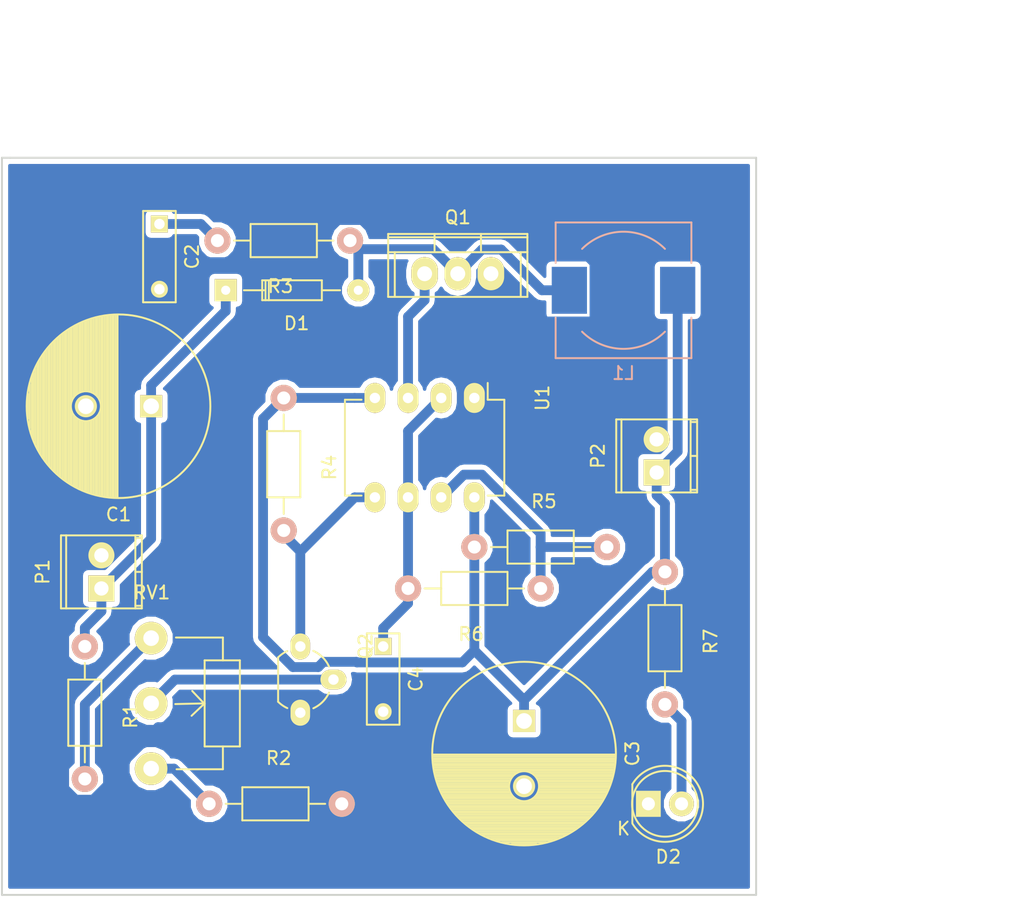
<source format=kicad_pcb>
(kicad_pcb (version 4) (host pcbnew 4.0.2-1.fc23-product)

  (general
    (links 36)
    (no_connects 0)
    (area 116.29412 79.52 200.100001 136.865)
    (thickness 1.6)
    (drawings 7)
    (tracks 112)
    (zones 0)
    (modules 20)
    (nets 14)
  )

  (page A4)
  (layers
    (0 F.Cu signal)
    (31 B.Cu signal)
    (32 B.Adhes user)
    (33 F.Adhes user)
    (34 B.Paste user)
    (35 F.Paste user)
    (36 B.SilkS user)
    (37 F.SilkS user)
    (38 B.Mask user)
    (39 F.Mask user)
    (40 Dwgs.User user)
    (41 Cmts.User user)
    (42 Eco1.User user)
    (43 Eco2.User user)
    (44 Edge.Cuts user)
    (45 Margin user)
    (46 B.CrtYd user)
    (47 F.CrtYd user)
    (48 B.Fab user)
    (49 F.Fab user)
  )

  (setup
    (last_trace_width 0.75)
    (trace_clearance 0.2)
    (zone_clearance 0.4)
    (zone_45_only no)
    (trace_min 0.2)
    (segment_width 0.2)
    (edge_width 0.15)
    (via_size 0.6)
    (via_drill 0.4)
    (via_min_size 0.4)
    (via_min_drill 0.3)
    (uvia_size 0.3)
    (uvia_drill 0.1)
    (uvias_allowed no)
    (uvia_min_size 0.2)
    (uvia_min_drill 0.1)
    (pcb_text_width 0.3)
    (pcb_text_size 1.5 1.5)
    (mod_edge_width 0.15)
    (mod_text_size 1 1)
    (mod_text_width 0.15)
    (pad_size 1.524 1.524)
    (pad_drill 0.762)
    (pad_to_mask_clearance 0.2)
    (aux_axis_origin 0 0)
    (visible_elements FFFFFF7F)
    (pcbplotparams
      (layerselection 0x00030_80000001)
      (usegerberextensions false)
      (excludeedgelayer true)
      (linewidth 0.100000)
      (plotframeref false)
      (viasonmask false)
      (mode 1)
      (useauxorigin false)
      (hpglpennumber 1)
      (hpglpenspeed 20)
      (hpglpendiameter 15)
      (hpglpenoverlay 2)
      (psnegative false)
      (psa4output false)
      (plotreference true)
      (plotvalue true)
      (plotinvisibletext false)
      (padsonsilk false)
      (subtractmaskfromsilk false)
      (outputformat 1)
      (mirror false)
      (drillshape 1)
      (scaleselection 1)
      (outputdirectory ""))
  )

  (net 0 "")
  (net 1 GND)
  (net 2 "Net-(C1-Pad1)")
  (net 3 "Net-(C2-Pad1)")
  (net 4 VCC)
  (net 5 "Net-(C4-Pad1)")
  (net 6 "Net-(D1-Pad2)")
  (net 7 "Net-(D2-Pad2)")
  (net 8 "Net-(Q1-Pad1)")
  (net 9 "Net-(Q2-Pad2)")
  (net 10 "Net-(Q2-Pad1)")
  (net 11 "Net-(R1-Pad2)")
  (net 12 "Net-(R2-Pad1)")
  (net 13 "Net-(R5-Pad2)")

  (net_class Default "This is the default net class."
    (clearance 0.2)
    (trace_width 0.75)
    (via_dia 0.6)
    (via_drill 0.4)
    (uvia_dia 0.3)
    (uvia_drill 0.1)
    (add_net GND)
    (add_net "Net-(C1-Pad1)")
    (add_net "Net-(C2-Pad1)")
    (add_net "Net-(C4-Pad1)")
    (add_net "Net-(D1-Pad2)")
    (add_net "Net-(D2-Pad2)")
    (add_net "Net-(Q1-Pad1)")
    (add_net "Net-(Q2-Pad1)")
    (add_net "Net-(Q2-Pad2)")
    (add_net "Net-(R1-Pad2)")
    (add_net "Net-(R2-Pad1)")
    (add_net "Net-(R5-Pad2)")
    (add_net VCC)
  )

  (module Resistors_ThroughHole:Resistor_Horizontal_RM10mm placed (layer F.Cu) (tedit 56648415) (tstamp 57ED5983)
    (at 161.925 114.935 180)
    (descr "Resistor, Axial,  RM 10mm, 1/3W")
    (tags "Resistor Axial RM 10mm 1/3W")
    (path /57ED53E6)
    (fp_text reference R6 (at 5.32892 -3.50012 180) (layer F.SilkS)
      (effects (font (size 1 1) (thickness 0.15)))
    )
    (fp_text value 10k (at 5.08 3.81 180) (layer F.Fab)
      (effects (font (size 1 1) (thickness 0.15)))
    )
    (fp_line (start -1.25 -1.5) (end 11.4 -1.5) (layer F.CrtYd) (width 0.05))
    (fp_line (start -1.25 1.5) (end -1.25 -1.5) (layer F.CrtYd) (width 0.05))
    (fp_line (start 11.4 -1.5) (end 11.4 1.5) (layer F.CrtYd) (width 0.05))
    (fp_line (start -1.25 1.5) (end 11.4 1.5) (layer F.CrtYd) (width 0.05))
    (fp_line (start 2.54 -1.27) (end 7.62 -1.27) (layer F.SilkS) (width 0.15))
    (fp_line (start 7.62 -1.27) (end 7.62 1.27) (layer F.SilkS) (width 0.15))
    (fp_line (start 7.62 1.27) (end 2.54 1.27) (layer F.SilkS) (width 0.15))
    (fp_line (start 2.54 1.27) (end 2.54 -1.27) (layer F.SilkS) (width 0.15))
    (fp_line (start 2.54 0) (end 1.27 0) (layer F.SilkS) (width 0.15))
    (fp_line (start 7.62 0) (end 8.89 0) (layer F.SilkS) (width 0.15))
    (pad 1 thru_hole circle (at 0 0 180) (size 1.99898 1.99898) (drill 1.00076) (layers *.Cu *.SilkS *.Mask)
      (net 13 "Net-(R5-Pad2)"))
    (pad 2 thru_hole circle (at 10.16 0 180) (size 1.99898 1.99898) (drill 1.00076) (layers *.Cu *.SilkS *.Mask)
      (net 5 "Net-(C4-Pad1)"))
    (model Resistors_ThroughHole.3dshapes/Resistor_Horizontal_RM10mm.wrl
      (at (xyz 0 0 0))
      (scale (xyz 0.4 0.4 0.4))
      (rotate (xyz 0 0 0))
    )
  )

  (module Capacitors_ThroughHole:C_Radial_D14_L31.5_P5 placed (layer F.Cu) (tedit 0) (tstamp 57ED5927)
    (at 132.08 100.965 180)
    (descr "Radial Electrolytic Capacitor Diameter 14mm x Length 31.5mm, Pitch 5mm")
    (tags "Electrolytic Capacitor")
    (path /57ED5676)
    (fp_text reference C1 (at 2.5 -8.3 180) (layer F.SilkS)
      (effects (font (size 1 1) (thickness 0.15)))
    )
    (fp_text value "2u2 400V" (at 2.5 8.3 180) (layer F.Fab)
      (effects (font (size 1 1) (thickness 0.15)))
    )
    (fp_line (start 2.575 -7) (end 2.575 7) (layer F.SilkS) (width 0.15))
    (fp_line (start 2.715 -6.997) (end 2.715 6.997) (layer F.SilkS) (width 0.15))
    (fp_line (start 2.855 -6.991) (end 2.855 6.991) (layer F.SilkS) (width 0.15))
    (fp_line (start 2.995 -6.982) (end 2.995 6.982) (layer F.SilkS) (width 0.15))
    (fp_line (start 3.135 -6.971) (end 3.135 6.971) (layer F.SilkS) (width 0.15))
    (fp_line (start 3.275 -6.957) (end 3.275 6.957) (layer F.SilkS) (width 0.15))
    (fp_line (start 3.415 -6.94) (end 3.415 6.94) (layer F.SilkS) (width 0.15))
    (fp_line (start 3.555 -6.92) (end 3.555 6.92) (layer F.SilkS) (width 0.15))
    (fp_line (start 3.695 -6.897) (end 3.695 6.897) (layer F.SilkS) (width 0.15))
    (fp_line (start 3.835 -6.872) (end 3.835 6.872) (layer F.SilkS) (width 0.15))
    (fp_line (start 3.975 -6.843) (end 3.975 -0.521) (layer F.SilkS) (width 0.15))
    (fp_line (start 3.975 0.521) (end 3.975 6.843) (layer F.SilkS) (width 0.15))
    (fp_line (start 4.115 -6.811) (end 4.115 -0.734) (layer F.SilkS) (width 0.15))
    (fp_line (start 4.115 0.734) (end 4.115 6.811) (layer F.SilkS) (width 0.15))
    (fp_line (start 4.255 -6.776) (end 4.255 -0.876) (layer F.SilkS) (width 0.15))
    (fp_line (start 4.255 0.876) (end 4.255 6.776) (layer F.SilkS) (width 0.15))
    (fp_line (start 4.395 -6.739) (end 4.395 -0.978) (layer F.SilkS) (width 0.15))
    (fp_line (start 4.395 0.978) (end 4.395 6.739) (layer F.SilkS) (width 0.15))
    (fp_line (start 4.535 -6.698) (end 4.535 -1.052) (layer F.SilkS) (width 0.15))
    (fp_line (start 4.535 1.052) (end 4.535 6.698) (layer F.SilkS) (width 0.15))
    (fp_line (start 4.675 -6.654) (end 4.675 -1.103) (layer F.SilkS) (width 0.15))
    (fp_line (start 4.675 1.103) (end 4.675 6.654) (layer F.SilkS) (width 0.15))
    (fp_line (start 4.815 -6.606) (end 4.815 -1.135) (layer F.SilkS) (width 0.15))
    (fp_line (start 4.815 1.135) (end 4.815 6.606) (layer F.SilkS) (width 0.15))
    (fp_line (start 4.955 -6.555) (end 4.955 -1.149) (layer F.SilkS) (width 0.15))
    (fp_line (start 4.955 1.149) (end 4.955 6.555) (layer F.SilkS) (width 0.15))
    (fp_line (start 5.095 -6.501) (end 5.095 -1.146) (layer F.SilkS) (width 0.15))
    (fp_line (start 5.095 1.146) (end 5.095 6.501) (layer F.SilkS) (width 0.15))
    (fp_line (start 5.235 -6.444) (end 5.235 -1.126) (layer F.SilkS) (width 0.15))
    (fp_line (start 5.235 1.126) (end 5.235 6.444) (layer F.SilkS) (width 0.15))
    (fp_line (start 5.375 -6.382) (end 5.375 -1.087) (layer F.SilkS) (width 0.15))
    (fp_line (start 5.375 1.087) (end 5.375 6.382) (layer F.SilkS) (width 0.15))
    (fp_line (start 5.515 -6.317) (end 5.515 -1.028) (layer F.SilkS) (width 0.15))
    (fp_line (start 5.515 1.028) (end 5.515 6.317) (layer F.SilkS) (width 0.15))
    (fp_line (start 5.655 -6.249) (end 5.655 -0.945) (layer F.SilkS) (width 0.15))
    (fp_line (start 5.655 0.945) (end 5.655 6.249) (layer F.SilkS) (width 0.15))
    (fp_line (start 5.795 -6.176) (end 5.795 -0.831) (layer F.SilkS) (width 0.15))
    (fp_line (start 5.795 0.831) (end 5.795 6.176) (layer F.SilkS) (width 0.15))
    (fp_line (start 5.935 -6.099) (end 5.935 -0.67) (layer F.SilkS) (width 0.15))
    (fp_line (start 5.935 0.67) (end 5.935 6.099) (layer F.SilkS) (width 0.15))
    (fp_line (start 6.075 -6.018) (end 6.075 -0.409) (layer F.SilkS) (width 0.15))
    (fp_line (start 6.075 0.409) (end 6.075 6.018) (layer F.SilkS) (width 0.15))
    (fp_line (start 6.215 -5.933) (end 6.215 5.933) (layer F.SilkS) (width 0.15))
    (fp_line (start 6.355 -5.843) (end 6.355 5.843) (layer F.SilkS) (width 0.15))
    (fp_line (start 6.495 -5.748) (end 6.495 5.748) (layer F.SilkS) (width 0.15))
    (fp_line (start 6.635 -5.648) (end 6.635 5.648) (layer F.SilkS) (width 0.15))
    (fp_line (start 6.775 -5.543) (end 6.775 5.543) (layer F.SilkS) (width 0.15))
    (fp_line (start 6.915 -5.432) (end 6.915 5.432) (layer F.SilkS) (width 0.15))
    (fp_line (start 7.055 -5.315) (end 7.055 5.315) (layer F.SilkS) (width 0.15))
    (fp_line (start 7.195 -5.192) (end 7.195 5.192) (layer F.SilkS) (width 0.15))
    (fp_line (start 7.335 -5.062) (end 7.335 5.062) (layer F.SilkS) (width 0.15))
    (fp_line (start 7.475 -4.924) (end 7.475 4.924) (layer F.SilkS) (width 0.15))
    (fp_line (start 7.615 -4.779) (end 7.615 4.779) (layer F.SilkS) (width 0.15))
    (fp_line (start 7.755 -4.624) (end 7.755 4.624) (layer F.SilkS) (width 0.15))
    (fp_line (start 7.895 -4.46) (end 7.895 4.46) (layer F.SilkS) (width 0.15))
    (fp_line (start 8.035 -4.285) (end 8.035 4.285) (layer F.SilkS) (width 0.15))
    (fp_line (start 8.175 -4.098) (end 8.175 4.098) (layer F.SilkS) (width 0.15))
    (fp_line (start 8.315 -3.897) (end 8.315 3.897) (layer F.SilkS) (width 0.15))
    (fp_line (start 8.455 -3.679) (end 8.455 3.679) (layer F.SilkS) (width 0.15))
    (fp_line (start 8.595 -3.443) (end 8.595 3.443) (layer F.SilkS) (width 0.15))
    (fp_line (start 8.735 -3.182) (end 8.735 3.182) (layer F.SilkS) (width 0.15))
    (fp_line (start 8.875 -2.891) (end 8.875 2.891) (layer F.SilkS) (width 0.15))
    (fp_line (start 9.015 -2.56) (end 9.015 2.56) (layer F.SilkS) (width 0.15))
    (fp_line (start 9.155 -2.17) (end 9.155 2.17) (layer F.SilkS) (width 0.15))
    (fp_line (start 9.295 -1.682) (end 9.295 1.682) (layer F.SilkS) (width 0.15))
    (fp_line (start 9.435 -0.952) (end 9.435 0.952) (layer F.SilkS) (width 0.15))
    (fp_circle (center 5 0) (end 5 -1.15) (layer F.SilkS) (width 0.15))
    (fp_circle (center 2.5 0) (end 2.5 -7.0375) (layer F.SilkS) (width 0.15))
    (fp_circle (center 2.5 0) (end 2.5 -7.3) (layer F.CrtYd) (width 0.05))
    (pad 2 thru_hole circle (at 5 0 180) (size 1.7 1.7) (drill 1.2) (layers *.Cu *.Mask F.SilkS)
      (net 1 GND))
    (pad 1 thru_hole rect (at 0 0 180) (size 1.7 1.7) (drill 1.2) (layers *.Cu *.Mask F.SilkS)
      (net 2 "Net-(C1-Pad1)"))
    (model Capacitors_ThroughHole.3dshapes/C_Radial_D14_L31.5_P5.wrl
      (at (xyz 0 0 0))
      (scale (xyz 1 1 1))
      (rotate (xyz 0 0 0))
    )
  )

  (module Capacitors_ThroughHole:C_Radial_D14_L31.5_P5 placed (layer F.Cu) (tedit 0) (tstamp 57ED5933)
    (at 160.655 125.095 270)
    (descr "Radial Electrolytic Capacitor Diameter 14mm x Length 31.5mm, Pitch 5mm")
    (tags "Electrolytic Capacitor")
    (path /57ED55F7)
    (fp_text reference C3 (at 2.5 -8.3 270) (layer F.SilkS)
      (effects (font (size 1 1) (thickness 0.15)))
    )
    (fp_text value 330u (at 2.5 8.3 270) (layer F.Fab)
      (effects (font (size 1 1) (thickness 0.15)))
    )
    (fp_line (start 2.575 -7) (end 2.575 7) (layer F.SilkS) (width 0.15))
    (fp_line (start 2.715 -6.997) (end 2.715 6.997) (layer F.SilkS) (width 0.15))
    (fp_line (start 2.855 -6.991) (end 2.855 6.991) (layer F.SilkS) (width 0.15))
    (fp_line (start 2.995 -6.982) (end 2.995 6.982) (layer F.SilkS) (width 0.15))
    (fp_line (start 3.135 -6.971) (end 3.135 6.971) (layer F.SilkS) (width 0.15))
    (fp_line (start 3.275 -6.957) (end 3.275 6.957) (layer F.SilkS) (width 0.15))
    (fp_line (start 3.415 -6.94) (end 3.415 6.94) (layer F.SilkS) (width 0.15))
    (fp_line (start 3.555 -6.92) (end 3.555 6.92) (layer F.SilkS) (width 0.15))
    (fp_line (start 3.695 -6.897) (end 3.695 6.897) (layer F.SilkS) (width 0.15))
    (fp_line (start 3.835 -6.872) (end 3.835 6.872) (layer F.SilkS) (width 0.15))
    (fp_line (start 3.975 -6.843) (end 3.975 -0.521) (layer F.SilkS) (width 0.15))
    (fp_line (start 3.975 0.521) (end 3.975 6.843) (layer F.SilkS) (width 0.15))
    (fp_line (start 4.115 -6.811) (end 4.115 -0.734) (layer F.SilkS) (width 0.15))
    (fp_line (start 4.115 0.734) (end 4.115 6.811) (layer F.SilkS) (width 0.15))
    (fp_line (start 4.255 -6.776) (end 4.255 -0.876) (layer F.SilkS) (width 0.15))
    (fp_line (start 4.255 0.876) (end 4.255 6.776) (layer F.SilkS) (width 0.15))
    (fp_line (start 4.395 -6.739) (end 4.395 -0.978) (layer F.SilkS) (width 0.15))
    (fp_line (start 4.395 0.978) (end 4.395 6.739) (layer F.SilkS) (width 0.15))
    (fp_line (start 4.535 -6.698) (end 4.535 -1.052) (layer F.SilkS) (width 0.15))
    (fp_line (start 4.535 1.052) (end 4.535 6.698) (layer F.SilkS) (width 0.15))
    (fp_line (start 4.675 -6.654) (end 4.675 -1.103) (layer F.SilkS) (width 0.15))
    (fp_line (start 4.675 1.103) (end 4.675 6.654) (layer F.SilkS) (width 0.15))
    (fp_line (start 4.815 -6.606) (end 4.815 -1.135) (layer F.SilkS) (width 0.15))
    (fp_line (start 4.815 1.135) (end 4.815 6.606) (layer F.SilkS) (width 0.15))
    (fp_line (start 4.955 -6.555) (end 4.955 -1.149) (layer F.SilkS) (width 0.15))
    (fp_line (start 4.955 1.149) (end 4.955 6.555) (layer F.SilkS) (width 0.15))
    (fp_line (start 5.095 -6.501) (end 5.095 -1.146) (layer F.SilkS) (width 0.15))
    (fp_line (start 5.095 1.146) (end 5.095 6.501) (layer F.SilkS) (width 0.15))
    (fp_line (start 5.235 -6.444) (end 5.235 -1.126) (layer F.SilkS) (width 0.15))
    (fp_line (start 5.235 1.126) (end 5.235 6.444) (layer F.SilkS) (width 0.15))
    (fp_line (start 5.375 -6.382) (end 5.375 -1.087) (layer F.SilkS) (width 0.15))
    (fp_line (start 5.375 1.087) (end 5.375 6.382) (layer F.SilkS) (width 0.15))
    (fp_line (start 5.515 -6.317) (end 5.515 -1.028) (layer F.SilkS) (width 0.15))
    (fp_line (start 5.515 1.028) (end 5.515 6.317) (layer F.SilkS) (width 0.15))
    (fp_line (start 5.655 -6.249) (end 5.655 -0.945) (layer F.SilkS) (width 0.15))
    (fp_line (start 5.655 0.945) (end 5.655 6.249) (layer F.SilkS) (width 0.15))
    (fp_line (start 5.795 -6.176) (end 5.795 -0.831) (layer F.SilkS) (width 0.15))
    (fp_line (start 5.795 0.831) (end 5.795 6.176) (layer F.SilkS) (width 0.15))
    (fp_line (start 5.935 -6.099) (end 5.935 -0.67) (layer F.SilkS) (width 0.15))
    (fp_line (start 5.935 0.67) (end 5.935 6.099) (layer F.SilkS) (width 0.15))
    (fp_line (start 6.075 -6.018) (end 6.075 -0.409) (layer F.SilkS) (width 0.15))
    (fp_line (start 6.075 0.409) (end 6.075 6.018) (layer F.SilkS) (width 0.15))
    (fp_line (start 6.215 -5.933) (end 6.215 5.933) (layer F.SilkS) (width 0.15))
    (fp_line (start 6.355 -5.843) (end 6.355 5.843) (layer F.SilkS) (width 0.15))
    (fp_line (start 6.495 -5.748) (end 6.495 5.748) (layer F.SilkS) (width 0.15))
    (fp_line (start 6.635 -5.648) (end 6.635 5.648) (layer F.SilkS) (width 0.15))
    (fp_line (start 6.775 -5.543) (end 6.775 5.543) (layer F.SilkS) (width 0.15))
    (fp_line (start 6.915 -5.432) (end 6.915 5.432) (layer F.SilkS) (width 0.15))
    (fp_line (start 7.055 -5.315) (end 7.055 5.315) (layer F.SilkS) (width 0.15))
    (fp_line (start 7.195 -5.192) (end 7.195 5.192) (layer F.SilkS) (width 0.15))
    (fp_line (start 7.335 -5.062) (end 7.335 5.062) (layer F.SilkS) (width 0.15))
    (fp_line (start 7.475 -4.924) (end 7.475 4.924) (layer F.SilkS) (width 0.15))
    (fp_line (start 7.615 -4.779) (end 7.615 4.779) (layer F.SilkS) (width 0.15))
    (fp_line (start 7.755 -4.624) (end 7.755 4.624) (layer F.SilkS) (width 0.15))
    (fp_line (start 7.895 -4.46) (end 7.895 4.46) (layer F.SilkS) (width 0.15))
    (fp_line (start 8.035 -4.285) (end 8.035 4.285) (layer F.SilkS) (width 0.15))
    (fp_line (start 8.175 -4.098) (end 8.175 4.098) (layer F.SilkS) (width 0.15))
    (fp_line (start 8.315 -3.897) (end 8.315 3.897) (layer F.SilkS) (width 0.15))
    (fp_line (start 8.455 -3.679) (end 8.455 3.679) (layer F.SilkS) (width 0.15))
    (fp_line (start 8.595 -3.443) (end 8.595 3.443) (layer F.SilkS) (width 0.15))
    (fp_line (start 8.735 -3.182) (end 8.735 3.182) (layer F.SilkS) (width 0.15))
    (fp_line (start 8.875 -2.891) (end 8.875 2.891) (layer F.SilkS) (width 0.15))
    (fp_line (start 9.015 -2.56) (end 9.015 2.56) (layer F.SilkS) (width 0.15))
    (fp_line (start 9.155 -2.17) (end 9.155 2.17) (layer F.SilkS) (width 0.15))
    (fp_line (start 9.295 -1.682) (end 9.295 1.682) (layer F.SilkS) (width 0.15))
    (fp_line (start 9.435 -0.952) (end 9.435 0.952) (layer F.SilkS) (width 0.15))
    (fp_circle (center 5 0) (end 5 -1.15) (layer F.SilkS) (width 0.15))
    (fp_circle (center 2.5 0) (end 2.5 -7.0375) (layer F.SilkS) (width 0.15))
    (fp_circle (center 2.5 0) (end 2.5 -7.3) (layer F.CrtYd) (width 0.05))
    (pad 2 thru_hole circle (at 5 0 270) (size 1.7 1.7) (drill 1.2) (layers *.Cu *.Mask F.SilkS)
      (net 1 GND))
    (pad 1 thru_hole rect (at 0 0 270) (size 1.7 1.7) (drill 1.2) (layers *.Cu *.Mask F.SilkS)
      (net 4 VCC))
    (model Capacitors_ThroughHole.3dshapes/C_Radial_D14_L31.5_P5.wrl
      (at (xyz 0 0 0))
      (scale (xyz 1 1 1))
      (rotate (xyz 0 0 0))
    )
  )

  (module LEDs:LED-5MM placed (layer F.Cu) (tedit 5570F7EA) (tstamp 57ED5945)
    (at 170.18 131.445)
    (descr "LED 5mm round vertical")
    (tags "LED 5mm round vertical")
    (path /57ED7416)
    (fp_text reference D2 (at 1.524 4.064) (layer F.SilkS)
      (effects (font (size 1 1) (thickness 0.15)))
    )
    (fp_text value LED (at 1.524 -3.937) (layer F.Fab)
      (effects (font (size 1 1) (thickness 0.15)))
    )
    (fp_line (start -1.5 -1.55) (end -1.5 1.55) (layer F.CrtYd) (width 0.05))
    (fp_arc (start 1.3 0) (end -1.5 1.55) (angle -302) (layer F.CrtYd) (width 0.05))
    (fp_arc (start 1.27 0) (end -1.23 -1.5) (angle 297.5) (layer F.SilkS) (width 0.15))
    (fp_line (start -1.23 1.5) (end -1.23 -1.5) (layer F.SilkS) (width 0.15))
    (fp_circle (center 1.27 0) (end 0.97 -2.5) (layer F.SilkS) (width 0.15))
    (fp_text user K (at -1.905 1.905) (layer F.SilkS)
      (effects (font (size 1 1) (thickness 0.15)))
    )
    (pad 1 thru_hole rect (at 0 0 90) (size 2 1.9) (drill 1.00076) (layers *.Cu *.Mask F.SilkS)
      (net 1 GND))
    (pad 2 thru_hole circle (at 2.54 0) (size 1.9 1.9) (drill 1.00076) (layers *.Cu *.Mask F.SilkS)
      (net 7 "Net-(D2-Pad2)"))
    (model LEDs.3dshapes/LED-5MM.wrl
      (at (xyz 0.05 0 0))
      (scale (xyz 1 1 1))
      (rotate (xyz 0 0 90))
    )
  )

  (module Choke_SMD:Choke_SMD_10.4x10.4_H4.8 placed (layer B.Cu) (tedit 552CF641) (tstamp 57ED594B)
    (at 168.275 92.075)
    (descr "Choke, SMD, 10.4x10.4mm 4.8mm height")
    (tags "Choke, SMD")
    (path /57ED4C9B)
    (attr smd)
    (fp_text reference L1 (at 0 6.35) (layer B.SilkS)
      (effects (font (size 1 1) (thickness 0.15)) (justify mirror))
    )
    (fp_text value 100uH (at 0 -6.35) (layer B.Fab)
      (effects (font (size 1 1) (thickness 0.15)) (justify mirror))
    )
    (fp_line (start -5.75 5.45) (end -5.75 -5.45) (layer B.CrtYd) (width 0.05))
    (fp_line (start -5.75 -5.45) (end 5.75 -5.45) (layer B.CrtYd) (width 0.05))
    (fp_line (start 5.75 -5.45) (end 5.75 5.45) (layer B.CrtYd) (width 0.05))
    (fp_line (start 5.75 5.45) (end -5.75 5.45) (layer B.CrtYd) (width 0.05))
    (fp_arc (start 0 0) (end 3.175 -3.175) (angle -90) (layer B.SilkS) (width 0.15))
    (fp_arc (start 0 0) (end -3.175 3.175) (angle -90) (layer B.SilkS) (width 0.15))
    (fp_line (start 5.2 5.2) (end 5.2 2.1) (layer B.SilkS) (width 0.15))
    (fp_line (start -5.2 5.2) (end -5.2 2.1) (layer B.SilkS) (width 0.15))
    (fp_line (start 5.2 -5.2) (end 5.2 -2.1) (layer B.SilkS) (width 0.15))
    (fp_line (start -5.2 -5.2) (end -5.2 -2.1) (layer B.SilkS) (width 0.15))
    (fp_line (start -5.2 5.2) (end 5.2 5.2) (layer B.SilkS) (width 0.15))
    (fp_line (start -5.2 -5.2) (end 5.2 -5.2) (layer B.SilkS) (width 0.15))
    (pad 1 smd rect (at -4.15 0) (size 2.7 3.6) (layers B.Cu B.Paste B.Mask)
      (net 6 "Net-(D1-Pad2)"))
    (pad 2 smd rect (at 4.15 0) (size 2.7 3.6) (layers B.Cu B.Paste B.Mask)
      (net 4 VCC))
  )

  (module Terminal_Blocks:TerminalBlock_Pheonix_MPT-2.54mm_2pol placed (layer F.Cu) (tedit 0) (tstamp 57ED5951)
    (at 128.27 114.935 90)
    (descr "2-way 2.54mm pitch terminal block, Phoenix MPT series")
    (path /57ED59D7)
    (fp_text reference P1 (at 1.27 -4.50088 90) (layer F.SilkS)
      (effects (font (size 1 1) (thickness 0.15)))
    )
    (fp_text value CONN_01X02 (at 1.27 4.50088 90) (layer F.Fab)
      (effects (font (size 1 1) (thickness 0.15)))
    )
    (fp_line (start -1.7 -3.3) (end 4.3 -3.3) (layer F.CrtYd) (width 0.05))
    (fp_line (start -1.7 3.3) (end -1.7 -3.3) (layer F.CrtYd) (width 0.05))
    (fp_line (start 4.3 3.3) (end -1.7 3.3) (layer F.CrtYd) (width 0.05))
    (fp_line (start 4.3 -3.3) (end 4.3 3.3) (layer F.CrtYd) (width 0.05))
    (fp_line (start 4.06908 2.60096) (end -1.52908 2.60096) (layer F.SilkS) (width 0.15))
    (fp_line (start -1.33096 3.0988) (end -1.33096 2.60096) (layer F.SilkS) (width 0.15))
    (fp_line (start 3.87096 2.60096) (end 3.87096 3.0988) (layer F.SilkS) (width 0.15))
    (fp_line (start 1.27 3.0988) (end 1.27 2.60096) (layer F.SilkS) (width 0.15))
    (fp_line (start -1.52908 -2.70002) (end 4.06908 -2.70002) (layer F.SilkS) (width 0.15))
    (fp_line (start -1.52908 3.0988) (end 4.06908 3.0988) (layer F.SilkS) (width 0.15))
    (fp_line (start 4.06908 3.0988) (end 4.06908 -3.0988) (layer F.SilkS) (width 0.15))
    (fp_line (start 4.06908 -3.0988) (end -1.52908 -3.0988) (layer F.SilkS) (width 0.15))
    (fp_line (start -1.52908 -3.0988) (end -1.52908 3.0988) (layer F.SilkS) (width 0.15))
    (pad 2 thru_hole oval (at 2.54 0 90) (size 1.99898 1.99898) (drill 1.09728) (layers *.Cu *.Mask F.SilkS)
      (net 1 GND))
    (pad 1 thru_hole rect (at 0 0 90) (size 1.99898 1.99898) (drill 1.09728) (layers *.Cu *.Mask F.SilkS)
      (net 2 "Net-(C1-Pad1)"))
    (model Terminal_Blocks.3dshapes/TerminalBlock_Pheonix_MPT-2.54mm_2pol.wrl
      (at (xyz 0.05 0 0))
      (scale (xyz 1 1 1))
      (rotate (xyz 0 0 0))
    )
  )

  (module Power_Integrations:TO-220 placed (layer F.Cu) (tedit 0) (tstamp 57ED5958)
    (at 155.575 90.805)
    (descr "Non Isolated JEDEC TO-220 Package")
    (tags "Power Integration YN Package")
    (path /57ED4CE2)
    (fp_text reference Q1 (at 0 -4.318) (layer F.SilkS)
      (effects (font (size 1 1) (thickness 0.15)))
    )
    (fp_text value IRF540N (at 0 -4.318) (layer F.Fab)
      (effects (font (size 1 1) (thickness 0.15)))
    )
    (fp_line (start 4.826 -1.651) (end 4.826 1.778) (layer F.SilkS) (width 0.15))
    (fp_line (start -4.826 -1.651) (end -4.826 1.778) (layer F.SilkS) (width 0.15))
    (fp_line (start 5.334 -2.794) (end -5.334 -2.794) (layer F.SilkS) (width 0.15))
    (fp_line (start 1.778 -1.778) (end 1.778 -3.048) (layer F.SilkS) (width 0.15))
    (fp_line (start -1.778 -1.778) (end -1.778 -3.048) (layer F.SilkS) (width 0.15))
    (fp_line (start -5.334 -1.651) (end 5.334 -1.651) (layer F.SilkS) (width 0.15))
    (fp_line (start 5.334 1.778) (end -5.334 1.778) (layer F.SilkS) (width 0.15))
    (fp_line (start -5.334 -3.048) (end -5.334 1.778) (layer F.SilkS) (width 0.15))
    (fp_line (start 5.334 -3.048) (end 5.334 1.778) (layer F.SilkS) (width 0.15))
    (fp_line (start 5.334 -3.048) (end -5.334 -3.048) (layer F.SilkS) (width 0.15))
    (pad 2 thru_hole oval (at 0 0) (size 2.032 2.54) (drill 1.143) (layers *.Cu *.Mask F.SilkS)
      (net 6 "Net-(D1-Pad2)"))
    (pad 3 thru_hole oval (at 2.54 0) (size 2.032 2.54) (drill 1.143) (layers *.Cu *.Mask F.SilkS)
      (net 1 GND))
    (pad 1 thru_hole oval (at -2.54 0) (size 2.032 2.54) (drill 1.143) (layers *.Cu *.Mask F.SilkS)
      (net 8 "Net-(Q1-Pad1)"))
  )

  (module Resistors_ThroughHole:Resistor_Horizontal_RM10mm placed (layer F.Cu) (tedit 56648415) (tstamp 57ED5965)
    (at 127 119.38 270)
    (descr "Resistor, Axial,  RM 10mm, 1/3W")
    (tags "Resistor Axial RM 10mm 1/3W")
    (path /57ED576A)
    (fp_text reference R1 (at 5.32892 -3.50012 270) (layer F.SilkS)
      (effects (font (size 1 1) (thickness 0.15)))
    )
    (fp_text value 220k (at 5.08 3.81 270) (layer F.Fab)
      (effects (font (size 1 1) (thickness 0.15)))
    )
    (fp_line (start -1.25 -1.5) (end 11.4 -1.5) (layer F.CrtYd) (width 0.05))
    (fp_line (start -1.25 1.5) (end -1.25 -1.5) (layer F.CrtYd) (width 0.05))
    (fp_line (start 11.4 -1.5) (end 11.4 1.5) (layer F.CrtYd) (width 0.05))
    (fp_line (start -1.25 1.5) (end 11.4 1.5) (layer F.CrtYd) (width 0.05))
    (fp_line (start 2.54 -1.27) (end 7.62 -1.27) (layer F.SilkS) (width 0.15))
    (fp_line (start 7.62 -1.27) (end 7.62 1.27) (layer F.SilkS) (width 0.15))
    (fp_line (start 7.62 1.27) (end 2.54 1.27) (layer F.SilkS) (width 0.15))
    (fp_line (start 2.54 1.27) (end 2.54 -1.27) (layer F.SilkS) (width 0.15))
    (fp_line (start 2.54 0) (end 1.27 0) (layer F.SilkS) (width 0.15))
    (fp_line (start 7.62 0) (end 8.89 0) (layer F.SilkS) (width 0.15))
    (pad 1 thru_hole circle (at 0 0 270) (size 1.99898 1.99898) (drill 1.00076) (layers *.Cu *.SilkS *.Mask)
      (net 2 "Net-(C1-Pad1)"))
    (pad 2 thru_hole circle (at 10.16 0 270) (size 1.99898 1.99898) (drill 1.00076) (layers *.Cu *.SilkS *.Mask)
      (net 11 "Net-(R1-Pad2)"))
    (model Resistors_ThroughHole.3dshapes/Resistor_Horizontal_RM10mm.wrl
      (at (xyz 0 0 0))
      (scale (xyz 0.4 0.4 0.4))
      (rotate (xyz 0 0 0))
    )
  )

  (module Resistors_ThroughHole:Resistor_Horizontal_RM10mm placed (layer F.Cu) (tedit 56648415) (tstamp 57ED596B)
    (at 136.525 131.445)
    (descr "Resistor, Axial,  RM 10mm, 1/3W")
    (tags "Resistor Axial RM 10mm 1/3W")
    (path /57ED5815)
    (fp_text reference R2 (at 5.32892 -3.50012) (layer F.SilkS)
      (effects (font (size 1 1) (thickness 0.15)))
    )
    (fp_text value 470 (at 5.08 3.81) (layer F.Fab)
      (effects (font (size 1 1) (thickness 0.15)))
    )
    (fp_line (start -1.25 -1.5) (end 11.4 -1.5) (layer F.CrtYd) (width 0.05))
    (fp_line (start -1.25 1.5) (end -1.25 -1.5) (layer F.CrtYd) (width 0.05))
    (fp_line (start 11.4 -1.5) (end 11.4 1.5) (layer F.CrtYd) (width 0.05))
    (fp_line (start -1.25 1.5) (end 11.4 1.5) (layer F.CrtYd) (width 0.05))
    (fp_line (start 2.54 -1.27) (end 7.62 -1.27) (layer F.SilkS) (width 0.15))
    (fp_line (start 7.62 -1.27) (end 7.62 1.27) (layer F.SilkS) (width 0.15))
    (fp_line (start 7.62 1.27) (end 2.54 1.27) (layer F.SilkS) (width 0.15))
    (fp_line (start 2.54 1.27) (end 2.54 -1.27) (layer F.SilkS) (width 0.15))
    (fp_line (start 2.54 0) (end 1.27 0) (layer F.SilkS) (width 0.15))
    (fp_line (start 7.62 0) (end 8.89 0) (layer F.SilkS) (width 0.15))
    (pad 1 thru_hole circle (at 0 0) (size 1.99898 1.99898) (drill 1.00076) (layers *.Cu *.SilkS *.Mask)
      (net 12 "Net-(R2-Pad1)"))
    (pad 2 thru_hole circle (at 10.16 0) (size 1.99898 1.99898) (drill 1.00076) (layers *.Cu *.SilkS *.Mask)
      (net 1 GND))
    (model Resistors_ThroughHole.3dshapes/Resistor_Horizontal_RM10mm.wrl
      (at (xyz 0 0 0))
      (scale (xyz 0.4 0.4 0.4))
      (rotate (xyz 0 0 0))
    )
  )

  (module Resistors_ThroughHole:Resistor_Horizontal_RM10mm placed (layer F.Cu) (tedit 56648415) (tstamp 57ED5971)
    (at 147.32 88.265 180)
    (descr "Resistor, Axial,  RM 10mm, 1/3W")
    (tags "Resistor Axial RM 10mm 1/3W")
    (path /57ED4F20)
    (fp_text reference R3 (at 5.32892 -3.50012 180) (layer F.SilkS)
      (effects (font (size 1 1) (thickness 0.15)))
    )
    (fp_text value 2k2 (at 5.08 3.81 180) (layer F.Fab)
      (effects (font (size 1 1) (thickness 0.15)))
    )
    (fp_line (start -1.25 -1.5) (end 11.4 -1.5) (layer F.CrtYd) (width 0.05))
    (fp_line (start -1.25 1.5) (end -1.25 -1.5) (layer F.CrtYd) (width 0.05))
    (fp_line (start 11.4 -1.5) (end 11.4 1.5) (layer F.CrtYd) (width 0.05))
    (fp_line (start -1.25 1.5) (end 11.4 1.5) (layer F.CrtYd) (width 0.05))
    (fp_line (start 2.54 -1.27) (end 7.62 -1.27) (layer F.SilkS) (width 0.15))
    (fp_line (start 7.62 -1.27) (end 7.62 1.27) (layer F.SilkS) (width 0.15))
    (fp_line (start 7.62 1.27) (end 2.54 1.27) (layer F.SilkS) (width 0.15))
    (fp_line (start 2.54 1.27) (end 2.54 -1.27) (layer F.SilkS) (width 0.15))
    (fp_line (start 2.54 0) (end 1.27 0) (layer F.SilkS) (width 0.15))
    (fp_line (start 7.62 0) (end 8.89 0) (layer F.SilkS) (width 0.15))
    (pad 1 thru_hole circle (at 0 0 180) (size 1.99898 1.99898) (drill 1.00076) (layers *.Cu *.SilkS *.Mask)
      (net 6 "Net-(D1-Pad2)"))
    (pad 2 thru_hole circle (at 10.16 0 180) (size 1.99898 1.99898) (drill 1.00076) (layers *.Cu *.SilkS *.Mask)
      (net 3 "Net-(C2-Pad1)"))
    (model Resistors_ThroughHole.3dshapes/Resistor_Horizontal_RM10mm.wrl
      (at (xyz 0 0 0))
      (scale (xyz 0.4 0.4 0.4))
      (rotate (xyz 0 0 0))
    )
  )

  (module Resistors_ThroughHole:Resistor_Horizontal_RM10mm placed (layer F.Cu) (tedit 56648415) (tstamp 57ED5977)
    (at 142.24 100.33 270)
    (descr "Resistor, Axial,  RM 10mm, 1/3W")
    (tags "Resistor Axial RM 10mm 1/3W")
    (path /57ED614E)
    (fp_text reference R4 (at 5.32892 -3.50012 270) (layer F.SilkS)
      (effects (font (size 1 1) (thickness 0.15)))
    )
    (fp_text value 56k (at 5.08 3.81 270) (layer F.Fab)
      (effects (font (size 1 1) (thickness 0.15)))
    )
    (fp_line (start -1.25 -1.5) (end 11.4 -1.5) (layer F.CrtYd) (width 0.05))
    (fp_line (start -1.25 1.5) (end -1.25 -1.5) (layer F.CrtYd) (width 0.05))
    (fp_line (start 11.4 -1.5) (end 11.4 1.5) (layer F.CrtYd) (width 0.05))
    (fp_line (start -1.25 1.5) (end 11.4 1.5) (layer F.CrtYd) (width 0.05))
    (fp_line (start 2.54 -1.27) (end 7.62 -1.27) (layer F.SilkS) (width 0.15))
    (fp_line (start 7.62 -1.27) (end 7.62 1.27) (layer F.SilkS) (width 0.15))
    (fp_line (start 7.62 1.27) (end 2.54 1.27) (layer F.SilkS) (width 0.15))
    (fp_line (start 2.54 1.27) (end 2.54 -1.27) (layer F.SilkS) (width 0.15))
    (fp_line (start 2.54 0) (end 1.27 0) (layer F.SilkS) (width 0.15))
    (fp_line (start 7.62 0) (end 8.89 0) (layer F.SilkS) (width 0.15))
    (pad 1 thru_hole circle (at 0 0 270) (size 1.99898 1.99898) (drill 1.00076) (layers *.Cu *.SilkS *.Mask)
      (net 4 VCC))
    (pad 2 thru_hole circle (at 10.16 0 270) (size 1.99898 1.99898) (drill 1.00076) (layers *.Cu *.SilkS *.Mask)
      (net 10 "Net-(Q2-Pad1)"))
    (model Resistors_ThroughHole.3dshapes/Resistor_Horizontal_RM10mm.wrl
      (at (xyz 0 0 0))
      (scale (xyz 0.4 0.4 0.4))
      (rotate (xyz 0 0 0))
    )
  )

  (module Resistors_ThroughHole:Resistor_Horizontal_RM10mm placed (layer F.Cu) (tedit 56648415) (tstamp 57ED597D)
    (at 156.845 111.76)
    (descr "Resistor, Axial,  RM 10mm, 1/3W")
    (tags "Resistor Axial RM 10mm 1/3W")
    (path /57ED5445)
    (fp_text reference R5 (at 5.32892 -3.50012) (layer F.SilkS)
      (effects (font (size 1 1) (thickness 0.15)))
    )
    (fp_text value 1k (at 5.08 3.81) (layer F.Fab)
      (effects (font (size 1 1) (thickness 0.15)))
    )
    (fp_line (start -1.25 -1.5) (end 11.4 -1.5) (layer F.CrtYd) (width 0.05))
    (fp_line (start -1.25 1.5) (end -1.25 -1.5) (layer F.CrtYd) (width 0.05))
    (fp_line (start 11.4 -1.5) (end 11.4 1.5) (layer F.CrtYd) (width 0.05))
    (fp_line (start -1.25 1.5) (end 11.4 1.5) (layer F.CrtYd) (width 0.05))
    (fp_line (start 2.54 -1.27) (end 7.62 -1.27) (layer F.SilkS) (width 0.15))
    (fp_line (start 7.62 -1.27) (end 7.62 1.27) (layer F.SilkS) (width 0.15))
    (fp_line (start 7.62 1.27) (end 2.54 1.27) (layer F.SilkS) (width 0.15))
    (fp_line (start 2.54 1.27) (end 2.54 -1.27) (layer F.SilkS) (width 0.15))
    (fp_line (start 2.54 0) (end 1.27 0) (layer F.SilkS) (width 0.15))
    (fp_line (start 7.62 0) (end 8.89 0) (layer F.SilkS) (width 0.15))
    (pad 1 thru_hole circle (at 0 0) (size 1.99898 1.99898) (drill 1.00076) (layers *.Cu *.SilkS *.Mask)
      (net 4 VCC))
    (pad 2 thru_hole circle (at 10.16 0) (size 1.99898 1.99898) (drill 1.00076) (layers *.Cu *.SilkS *.Mask)
      (net 13 "Net-(R5-Pad2)"))
    (model Resistors_ThroughHole.3dshapes/Resistor_Horizontal_RM10mm.wrl
      (at (xyz 0 0 0))
      (scale (xyz 0.4 0.4 0.4))
      (rotate (xyz 0 0 0))
    )
  )

  (module Resistors_ThroughHole:Resistor_Horizontal_RM10mm placed (layer F.Cu) (tedit 56648415) (tstamp 57ED5989)
    (at 171.45 113.665 270)
    (descr "Resistor, Axial,  RM 10mm, 1/3W")
    (tags "Resistor Axial RM 10mm 1/3W")
    (path /57ED7553)
    (fp_text reference R7 (at 5.32892 -3.50012 270) (layer F.SilkS)
      (effects (font (size 1 1) (thickness 0.15)))
    )
    (fp_text value 1k (at 5.08 3.81 270) (layer F.Fab)
      (effects (font (size 1 1) (thickness 0.15)))
    )
    (fp_line (start -1.25 -1.5) (end 11.4 -1.5) (layer F.CrtYd) (width 0.05))
    (fp_line (start -1.25 1.5) (end -1.25 -1.5) (layer F.CrtYd) (width 0.05))
    (fp_line (start 11.4 -1.5) (end 11.4 1.5) (layer F.CrtYd) (width 0.05))
    (fp_line (start -1.25 1.5) (end 11.4 1.5) (layer F.CrtYd) (width 0.05))
    (fp_line (start 2.54 -1.27) (end 7.62 -1.27) (layer F.SilkS) (width 0.15))
    (fp_line (start 7.62 -1.27) (end 7.62 1.27) (layer F.SilkS) (width 0.15))
    (fp_line (start 7.62 1.27) (end 2.54 1.27) (layer F.SilkS) (width 0.15))
    (fp_line (start 2.54 1.27) (end 2.54 -1.27) (layer F.SilkS) (width 0.15))
    (fp_line (start 2.54 0) (end 1.27 0) (layer F.SilkS) (width 0.15))
    (fp_line (start 7.62 0) (end 8.89 0) (layer F.SilkS) (width 0.15))
    (pad 1 thru_hole circle (at 0 0 270) (size 1.99898 1.99898) (drill 1.00076) (layers *.Cu *.SilkS *.Mask)
      (net 4 VCC))
    (pad 2 thru_hole circle (at 10.16 0 270) (size 1.99898 1.99898) (drill 1.00076) (layers *.Cu *.SilkS *.Mask)
      (net 7 "Net-(D2-Pad2)"))
    (model Resistors_ThroughHole.3dshapes/Resistor_Horizontal_RM10mm.wrl
      (at (xyz 0 0 0))
      (scale (xyz 0.4 0.4 0.4))
      (rotate (xyz 0 0 0))
    )
  )

  (module Potentiometers:Potentiometer_WirePads_largePads placed (layer F.Cu) (tedit 5446FD75) (tstamp 57ED5990)
    (at 132.08 118.745)
    (descr "Potentiometer, Wire Pads only, RevA, 30 July 2010,")
    (tags "Potentiometer, Wire Pads only, RevA, 30 July 2010,")
    (path /57ED57A8)
    (fp_text reference RV1 (at 0.0508 -3.49758) (layer F.SilkS)
      (effects (font (size 1 1) (thickness 0.15)))
    )
    (fp_text value 1k (at -1.34874 13.25118) (layer F.Fab)
      (effects (font (size 1 1) (thickness 0.15)))
    )
    (fp_line (start 5.4991 10.05078) (end 1.95072 10.05078) (layer F.SilkS) (width 0.15))
    (fp_line (start 5.4991 8.30072) (end 5.4991 10.05078) (layer F.SilkS) (width 0.15))
    (fp_line (start 5.4991 1.7018) (end 5.4991 -0.04826) (layer F.SilkS) (width 0.15))
    (fp_line (start 5.4991 -0.04826) (end 1.89992 -0.04826) (layer F.SilkS) (width 0.15))
    (fp_line (start 4.09956 5.00126) (end 1.84912 5.05206) (layer F.SilkS) (width 0.15))
    (fp_line (start 4.09956 5.00126) (end 3.0988 5.95122) (layer F.SilkS) (width 0.15))
    (fp_line (start 4.09956 5.05206) (end 3.1496 4.0513) (layer F.SilkS) (width 0.15))
    (fp_line (start 4.09956 1.7018) (end 6.79958 1.7018) (layer F.SilkS) (width 0.15))
    (fp_line (start 6.79958 1.7018) (end 6.79958 8.30072) (layer F.SilkS) (width 0.15))
    (fp_line (start 6.79958 8.30072) (end 4.09956 8.30072) (layer F.SilkS) (width 0.15))
    (fp_line (start 4.09956 8.30072) (end 4.09956 1.7018) (layer F.SilkS) (width 0.15))
    (pad 2 thru_hole circle (at 0 5.00126) (size 2.49936 2.49936) (drill 1.19888) (layers *.Cu *.Mask F.SilkS)
      (net 9 "Net-(Q2-Pad2)"))
    (pad 3 thru_hole circle (at 0 10.00252) (size 2.49936 2.49936) (drill 1.19888) (layers *.Cu *.Mask F.SilkS)
      (net 12 "Net-(R2-Pad1)"))
    (pad 1 thru_hole circle (at 0 0) (size 2.49936 2.49936) (drill 1.19888) (layers *.Cu *.Mask F.SilkS)
      (net 11 "Net-(R1-Pad2)"))
  )

  (module Housings_DIP:DIP-8_W7.62mm_LongPads placed (layer F.Cu) (tedit 54130A77) (tstamp 57ED599C)
    (at 156.845 100.33 270)
    (descr "8-lead dip package, row spacing 7.62 mm (300 mils), longer pads")
    (tags "dil dip 2.54 300")
    (path /57ED4D4F)
    (fp_text reference U1 (at 0 -5.22 270) (layer F.SilkS)
      (effects (font (size 1 1) (thickness 0.15)))
    )
    (fp_text value LM555N (at 0 -3.72 270) (layer F.Fab)
      (effects (font (size 1 1) (thickness 0.15)))
    )
    (fp_line (start -1.4 -2.45) (end -1.4 10.1) (layer F.CrtYd) (width 0.05))
    (fp_line (start 9 -2.45) (end 9 10.1) (layer F.CrtYd) (width 0.05))
    (fp_line (start -1.4 -2.45) (end 9 -2.45) (layer F.CrtYd) (width 0.05))
    (fp_line (start -1.4 10.1) (end 9 10.1) (layer F.CrtYd) (width 0.05))
    (fp_line (start 0.135 -2.295) (end 0.135 -1.025) (layer F.SilkS) (width 0.15))
    (fp_line (start 7.485 -2.295) (end 7.485 -1.025) (layer F.SilkS) (width 0.15))
    (fp_line (start 7.485 9.915) (end 7.485 8.645) (layer F.SilkS) (width 0.15))
    (fp_line (start 0.135 9.915) (end 0.135 8.645) (layer F.SilkS) (width 0.15))
    (fp_line (start 0.135 -2.295) (end 7.485 -2.295) (layer F.SilkS) (width 0.15))
    (fp_line (start 0.135 9.915) (end 7.485 9.915) (layer F.SilkS) (width 0.15))
    (fp_line (start 0.135 -1.025) (end -1.15 -1.025) (layer F.SilkS) (width 0.15))
    (pad 1 thru_hole oval (at 0 0 270) (size 2.3 1.6) (drill 0.8) (layers *.Cu *.Mask F.SilkS)
      (net 1 GND))
    (pad 2 thru_hole oval (at 0 2.54 270) (size 2.3 1.6) (drill 0.8) (layers *.Cu *.Mask F.SilkS)
      (net 5 "Net-(C4-Pad1)"))
    (pad 3 thru_hole oval (at 0 5.08 270) (size 2.3 1.6) (drill 0.8) (layers *.Cu *.Mask F.SilkS)
      (net 8 "Net-(Q1-Pad1)"))
    (pad 4 thru_hole oval (at 0 7.62 270) (size 2.3 1.6) (drill 0.8) (layers *.Cu *.Mask F.SilkS)
      (net 4 VCC))
    (pad 5 thru_hole oval (at 7.62 7.62 270) (size 2.3 1.6) (drill 0.8) (layers *.Cu *.Mask F.SilkS)
      (net 10 "Net-(Q2-Pad1)"))
    (pad 6 thru_hole oval (at 7.62 5.08 270) (size 2.3 1.6) (drill 0.8) (layers *.Cu *.Mask F.SilkS)
      (net 5 "Net-(C4-Pad1)"))
    (pad 7 thru_hole oval (at 7.62 2.54 270) (size 2.3 1.6) (drill 0.8) (layers *.Cu *.Mask F.SilkS)
      (net 13 "Net-(R5-Pad2)"))
    (pad 8 thru_hole oval (at 7.62 0 270) (size 2.3 1.6) (drill 0.8) (layers *.Cu *.Mask F.SilkS)
      (net 4 VCC))
    (model Housings_DIP.3dshapes/DIP-8_W7.62mm_LongPads.wrl
      (at (xyz 0 0 0))
      (scale (xyz 1 1 1))
      (rotate (xyz 0 0 0))
    )
  )

  (module Capacitors_ThroughHole:C_Rect_L7_W2.5_P5 (layer F.Cu) (tedit 0) (tstamp 57ED5B41)
    (at 132.715 86.995 270)
    (descr "Film Capacitor Length 7mm x Width 2.5mm, Pitch 5mm")
    (tags Capacitor)
    (path /57ED4FBF)
    (fp_text reference C2 (at 2.5 -2.5 270) (layer F.SilkS)
      (effects (font (size 1 1) (thickness 0.15)))
    )
    (fp_text value 100p (at 2.5 2.5 270) (layer F.Fab)
      (effects (font (size 1 1) (thickness 0.15)))
    )
    (fp_line (start -1.25 -1.5) (end 6.25 -1.5) (layer F.CrtYd) (width 0.05))
    (fp_line (start 6.25 -1.5) (end 6.25 1.5) (layer F.CrtYd) (width 0.05))
    (fp_line (start 6.25 1.5) (end -1.25 1.5) (layer F.CrtYd) (width 0.05))
    (fp_line (start -1.25 1.5) (end -1.25 -1.5) (layer F.CrtYd) (width 0.05))
    (fp_line (start -1 -1.25) (end 6 -1.25) (layer F.SilkS) (width 0.15))
    (fp_line (start 6 -1.25) (end 6 1.25) (layer F.SilkS) (width 0.15))
    (fp_line (start 6 1.25) (end -1 1.25) (layer F.SilkS) (width 0.15))
    (fp_line (start -1 1.25) (end -1 -1.25) (layer F.SilkS) (width 0.15))
    (pad 1 thru_hole rect (at 0 0 270) (size 1.3 1.3) (drill 0.8) (layers *.Cu *.Mask F.SilkS)
      (net 3 "Net-(C2-Pad1)"))
    (pad 2 thru_hole circle (at 5 0 270) (size 1.3 1.3) (drill 0.8) (layers *.Cu *.Mask F.SilkS)
      (net 1 GND))
  )

  (module Capacitors_ThroughHole:C_Rect_L7_W2.5_P5 (layer F.Cu) (tedit 0) (tstamp 57ED5B46)
    (at 149.86 119.38 270)
    (descr "Film Capacitor Length 7mm x Width 2.5mm, Pitch 5mm")
    (tags Capacitor)
    (path /57ED6CD9)
    (fp_text reference C4 (at 2.5 -2.5 270) (layer F.SilkS)
      (effects (font (size 1 1) (thickness 0.15)))
    )
    (fp_text value 2n2 (at 2.5 2.5 270) (layer F.Fab)
      (effects (font (size 1 1) (thickness 0.15)))
    )
    (fp_line (start -1.25 -1.5) (end 6.25 -1.5) (layer F.CrtYd) (width 0.05))
    (fp_line (start 6.25 -1.5) (end 6.25 1.5) (layer F.CrtYd) (width 0.05))
    (fp_line (start 6.25 1.5) (end -1.25 1.5) (layer F.CrtYd) (width 0.05))
    (fp_line (start -1.25 1.5) (end -1.25 -1.5) (layer F.CrtYd) (width 0.05))
    (fp_line (start -1 -1.25) (end 6 -1.25) (layer F.SilkS) (width 0.15))
    (fp_line (start 6 -1.25) (end 6 1.25) (layer F.SilkS) (width 0.15))
    (fp_line (start 6 1.25) (end -1 1.25) (layer F.SilkS) (width 0.15))
    (fp_line (start -1 1.25) (end -1 -1.25) (layer F.SilkS) (width 0.15))
    (pad 1 thru_hole rect (at 0 0 270) (size 1.3 1.3) (drill 0.8) (layers *.Cu *.Mask F.SilkS)
      (net 5 "Net-(C4-Pad1)"))
    (pad 2 thru_hole circle (at 5 0 270) (size 1.3 1.3) (drill 0.8) (layers *.Cu *.Mask F.SilkS)
      (net 1 GND))
  )

  (module Diodes_ThroughHole:Diode_DO-35_SOD27_Horizontal_RM10 (layer F.Cu) (tedit 552FFC30) (tstamp 57ED5B4B)
    (at 137.795 92.075)
    (descr "Diode, DO-35,  SOD27, Horizontal, RM 10mm")
    (tags "Diode, DO-35, SOD27, Horizontal, RM 10mm, 1N4148,")
    (path /57ED4AE3)
    (fp_text reference D1 (at 5.43052 2.53746) (layer F.SilkS)
      (effects (font (size 1 1) (thickness 0.15)))
    )
    (fp_text value UF4007 (at 4.41452 -3.55854) (layer F.Fab)
      (effects (font (size 1 1) (thickness 0.15)))
    )
    (fp_line (start 7.36652 -0.00254) (end 8.76352 -0.00254) (layer F.SilkS) (width 0.15))
    (fp_line (start 2.92152 -0.00254) (end 1.39752 -0.00254) (layer F.SilkS) (width 0.15))
    (fp_line (start 3.30252 -0.76454) (end 3.30252 0.75946) (layer F.SilkS) (width 0.15))
    (fp_line (start 3.04852 -0.76454) (end 3.04852 0.75946) (layer F.SilkS) (width 0.15))
    (fp_line (start 2.79452 -0.00254) (end 2.79452 0.75946) (layer F.SilkS) (width 0.15))
    (fp_line (start 2.79452 0.75946) (end 7.36652 0.75946) (layer F.SilkS) (width 0.15))
    (fp_line (start 7.36652 0.75946) (end 7.36652 -0.76454) (layer F.SilkS) (width 0.15))
    (fp_line (start 7.36652 -0.76454) (end 2.79452 -0.76454) (layer F.SilkS) (width 0.15))
    (fp_line (start 2.79452 -0.76454) (end 2.79452 -0.00254) (layer F.SilkS) (width 0.15))
    (pad 2 thru_hole circle (at 10.16052 -0.00254 180) (size 1.69926 1.69926) (drill 0.70104) (layers *.Cu *.Mask F.SilkS)
      (net 6 "Net-(D1-Pad2)"))
    (pad 1 thru_hole rect (at 0.00052 -0.00254 180) (size 1.69926 1.69926) (drill 0.70104) (layers *.Cu *.Mask F.SilkS)
      (net 2 "Net-(C1-Pad1)"))
    (model Diodes_ThroughHole.3dshapes/Diode_DO-35_SOD27_Horizontal_RM10.wrl
      (at (xyz 0.2 0 0))
      (scale (xyz 0.4 0.4 0.4))
      (rotate (xyz 0 0 180))
    )
  )

  (module Terminal_Blocks:TerminalBlock_Pheonix_MPT-2.54mm_2pol (layer F.Cu) (tedit 0) (tstamp 57ED5B55)
    (at 170.815 106.045 90)
    (descr "2-way 2.54mm pitch terminal block, Phoenix MPT series")
    (path /57ED79EA)
    (fp_text reference P2 (at 1.27 -4.50088 90) (layer F.SilkS)
      (effects (font (size 1 1) (thickness 0.15)))
    )
    (fp_text value CONN_01X02 (at 1.27 4.50088 90) (layer F.Fab)
      (effects (font (size 1 1) (thickness 0.15)))
    )
    (fp_line (start -1.7 -3.3) (end 4.3 -3.3) (layer F.CrtYd) (width 0.05))
    (fp_line (start -1.7 3.3) (end -1.7 -3.3) (layer F.CrtYd) (width 0.05))
    (fp_line (start 4.3 3.3) (end -1.7 3.3) (layer F.CrtYd) (width 0.05))
    (fp_line (start 4.3 -3.3) (end 4.3 3.3) (layer F.CrtYd) (width 0.05))
    (fp_line (start 4.06908 2.60096) (end -1.52908 2.60096) (layer F.SilkS) (width 0.15))
    (fp_line (start -1.33096 3.0988) (end -1.33096 2.60096) (layer F.SilkS) (width 0.15))
    (fp_line (start 3.87096 2.60096) (end 3.87096 3.0988) (layer F.SilkS) (width 0.15))
    (fp_line (start 1.27 3.0988) (end 1.27 2.60096) (layer F.SilkS) (width 0.15))
    (fp_line (start -1.52908 -2.70002) (end 4.06908 -2.70002) (layer F.SilkS) (width 0.15))
    (fp_line (start -1.52908 3.0988) (end 4.06908 3.0988) (layer F.SilkS) (width 0.15))
    (fp_line (start 4.06908 3.0988) (end 4.06908 -3.0988) (layer F.SilkS) (width 0.15))
    (fp_line (start 4.06908 -3.0988) (end -1.52908 -3.0988) (layer F.SilkS) (width 0.15))
    (fp_line (start -1.52908 -3.0988) (end -1.52908 3.0988) (layer F.SilkS) (width 0.15))
    (pad 2 thru_hole oval (at 2.54 0 90) (size 1.99898 1.99898) (drill 1.09728) (layers *.Cu *.Mask F.SilkS)
      (net 1 GND))
    (pad 1 thru_hole rect (at 0 0 90) (size 1.99898 1.99898) (drill 1.09728) (layers *.Cu *.Mask F.SilkS)
      (net 4 VCC))
    (model Terminal_Blocks.3dshapes/TerminalBlock_Pheonix_MPT-2.54mm_2pol.wrl
      (at (xyz 0.05 0 0))
      (scale (xyz 1 1 1))
      (rotate (xyz 0 0 0))
    )
  )

  (module TO_SOT_Packages_THT:TO-92_Molded_Wide_Oval (layer F.Cu) (tedit 54F243F6) (tstamp 57ED6B29)
    (at 143.51 119.38 270)
    (descr "TO-92 leads molded, wide, oval pads, drill 0.8mm (see NXP sot054_po.pdf)")
    (tags "to-92 sc-43 sc-43a sot54 PA33 transistor")
    (path /57ED6219)
    (fp_text reference Q2 (at 0 -5 270) (layer F.SilkS)
      (effects (font (size 1 1) (thickness 0.15)))
    )
    (fp_text value BC546 (at 0 3 270) (layer F.Fab)
      (effects (font (size 1 1) (thickness 0.15)))
    )
    (fp_arc (start 2.54 0) (end 0.34 -1) (angle 41.11209044) (layer F.SilkS) (width 0.15))
    (fp_arc (start 2.54 0) (end 4.74 -1) (angle -41.11210221) (layer F.SilkS) (width 0.15))
    (fp_arc (start 2.54 0) (end 0.84 1.7) (angle 20.5) (layer F.SilkS) (width 0.15))
    (fp_arc (start 2.54 0) (end 4.24 1.7) (angle -20.5) (layer F.SilkS) (width 0.15))
    (fp_line (start -1.25 1.95) (end -1.25 -3.8) (layer F.CrtYd) (width 0.05))
    (fp_line (start -1.25 1.95) (end 6.35 1.95) (layer F.CrtYd) (width 0.05))
    (fp_line (start 0.84 1.7) (end 4.24 1.7) (layer F.SilkS) (width 0.15))
    (fp_line (start -1.25 -3.8) (end 6.35 -3.8) (layer F.CrtYd) (width 0.05))
    (fp_line (start 6.35 1.95) (end 6.35 -3.8) (layer F.CrtYd) (width 0.05))
    (pad 2 thru_hole oval (at 2.54 -2.54) (size 1.99898 1.50114) (drill 0.8) (layers *.Cu *.Mask F.SilkS)
      (net 9 "Net-(Q2-Pad2)"))
    (pad 1 thru_hole oval (at 0 0) (size 1.50114 1.99898) (drill 0.8) (layers *.Cu *.Mask F.SilkS)
      (net 10 "Net-(Q2-Pad1)"))
    (pad 3 thru_hole oval (at 5.08 0) (size 1.50114 1.99898) (drill 0.8) (layers *.Cu *.Mask F.SilkS)
      (net 1 GND))
    (model TO_SOT_Packages_THT.3dshapes/TO-92_Molded_Wide_Oval.wrl
      (at (xyz 0.1 0 0))
      (scale (xyz 1 1 1))
      (rotate (xyz 0 0 -90))
    )
  )

  (dimension 57.785 (width 0.3) (layer Dwgs.User)
    (gr_text "57.785 mm" (at 149.5425 71.675) (layer Dwgs.User)
      (effects (font (size 1.5 1.5) (thickness 0.3)))
    )
    (feature1 (pts (xy 178.435 81.915) (xy 178.435 70.325)))
    (feature2 (pts (xy 120.65 81.915) (xy 120.65 70.325)))
    (crossbar (pts (xy 120.65 73.025) (xy 178.435 73.025)))
    (arrow1a (pts (xy 178.435 73.025) (xy 177.308496 73.611421)))
    (arrow1b (pts (xy 178.435 73.025) (xy 177.308496 72.438579)))
    (arrow2a (pts (xy 120.65 73.025) (xy 121.776504 73.611421)))
    (arrow2b (pts (xy 120.65 73.025) (xy 121.776504 72.438579)))
  )
  (dimension 56.515 (width 0.3) (layer Dwgs.User)
    (gr_text "56.515 mm" (at 196.295 110.1725 270) (layer Dwgs.User)
      (effects (font (size 1.5 1.5) (thickness 0.3)))
    )
    (feature1 (pts (xy 184.15 138.43) (xy 197.645 138.43)))
    (feature2 (pts (xy 184.15 81.915) (xy 197.645 81.915)))
    (crossbar (pts (xy 194.945 81.915) (xy 194.945 138.43)))
    (arrow1a (pts (xy 194.945 138.43) (xy 194.358579 137.303496)))
    (arrow1b (pts (xy 194.945 138.43) (xy 195.531421 137.303496)))
    (arrow2a (pts (xy 194.945 81.915) (xy 194.358579 83.041504)))
    (arrow2b (pts (xy 194.945 81.915) (xy 195.531421 83.041504)))
  )
  (gr_line (start 120.65 81.915) (end 121.285 81.915) (angle 90) (layer Edge.Cuts) (width 0.15))
  (gr_line (start 120.65 138.43) (end 120.65 81.915) (angle 90) (layer Edge.Cuts) (width 0.15))
  (gr_line (start 178.435 138.43) (end 120.65 138.43) (angle 90) (layer Edge.Cuts) (width 0.15))
  (gr_line (start 178.435 81.915) (end 178.435 138.43) (angle 90) (layer Edge.Cuts) (width 0.15))
  (gr_line (start 121.285 81.915) (end 178.435 81.915) (angle 90) (layer Edge.Cuts) (width 0.15))

  (segment (start 127.08 109.4555) (end 127.08 100.965) (width 0.75) (layer B.Cu) (net 1))
  (segment (start 128.27 110.6455) (end 127.08 109.4555) (width 0.75) (layer B.Cu) (net 1))
  (segment (start 128.27 112.395) (end 128.27 110.6455) (width 0.75) (layer B.Cu) (net 1))
  (segment (start 167.13 130.095) (end 168.48 131.445) (width 0.75) (layer B.Cu) (net 1))
  (segment (start 160.655 130.095) (end 167.13 130.095) (width 0.75) (layer B.Cu) (net 1))
  (segment (start 170.18 131.445) (end 168.48 131.445) (width 0.75) (layer B.Cu) (net 1))
  (segment (start 154.94 124.38) (end 160.655 130.095) (width 0.75) (layer B.Cu) (net 1))
  (segment (start 149.86 124.38) (end 154.94 124.38) (width 0.75) (layer B.Cu) (net 1))
  (segment (start 170.815 103.505) (end 169.0655 103.505) (width 0.75) (layer B.Cu) (net 1))
  (segment (start 127.08 97.63) (end 132.715 91.995) (width 0.75) (layer B.Cu) (net 1))
  (segment (start 127.08 100.965) (end 127.08 97.63) (width 0.75) (layer B.Cu) (net 1))
  (segment (start 146.685 124.46) (end 146.685 131.445) (width 0.75) (layer B.Cu) (net 1))
  (segment (start 149.78 124.46) (end 149.86 124.38) (width 0.75) (layer B.Cu) (net 1))
  (segment (start 146.685 124.46) (end 149.78 124.46) (width 0.75) (layer B.Cu) (net 1))
  (segment (start 166.0504 89.9853) (end 166.0504 94.4683) (width 0.75) (layer B.Cu) (net 1))
  (segment (start 162.7527 86.6876) (end 166.0504 89.9853) (width 0.75) (layer B.Cu) (net 1))
  (segment (start 145.0679 86.6876) (end 162.7527 86.6876) (width 0.75) (layer B.Cu) (net 1))
  (segment (start 141.8338 89.9217) (end 145.0679 86.6876) (width 0.75) (layer B.Cu) (net 1))
  (segment (start 134.7883 89.9217) (end 141.8338 89.9217) (width 0.75) (layer B.Cu) (net 1))
  (segment (start 132.715 91.995) (end 134.7883 89.9217) (width 0.75) (layer B.Cu) (net 1))
  (segment (start 166.0504 100.4899) (end 169.0655 103.505) (width 0.75) (layer B.Cu) (net 1))
  (segment (start 166.0504 94.4683) (end 166.0504 100.4899) (width 0.75) (layer B.Cu) (net 1))
  (segment (start 166.0504 94.4683) (end 158.9881 94.4683) (width 0.75) (layer B.Cu) (net 1))
  (segment (start 158.395 95.0614) (end 158.9881 94.4683) (width 0.75) (layer B.Cu) (net 1))
  (segment (start 158.395 100.33) (end 158.395 95.0614) (width 0.75) (layer B.Cu) (net 1))
  (segment (start 158.9881 93.6981) (end 158.115 92.825) (width 0.75) (layer B.Cu) (net 1))
  (segment (start 158.9881 94.4683) (end 158.9881 93.6981) (width 0.75) (layer B.Cu) (net 1))
  (segment (start 158.115 90.805) (end 158.115 92.825) (width 0.75) (layer B.Cu) (net 1))
  (segment (start 156.845 100.33) (end 158.395 100.33) (width 0.75) (layer B.Cu) (net 1))
  (segment (start 128.27 112.395) (end 126.5205 112.395) (width 0.75) (layer B.Cu) (net 1))
  (segment (start 146.685 124.46) (end 143.51 124.46) (width 0.75) (layer B.Cu) (net 1))
  (segment (start 125.4162 113.4993) (end 126.5205 112.395) (width 0.75) (layer B.Cu) (net 1))
  (segment (start 125.4162 130.2575) (end 125.4162 113.4993) (width 0.75) (layer B.Cu) (net 1))
  (segment (start 126.2868 131.1281) (end 125.4162 130.2575) (width 0.75) (layer B.Cu) (net 1))
  (segment (start 127.6391 131.1281) (end 126.2868 131.1281) (width 0.75) (layer B.Cu) (net 1))
  (segment (start 129.105 129.6622) (end 127.6391 131.1281) (width 0.75) (layer B.Cu) (net 1))
  (segment (start 129.105 129.0799) (end 129.105 129.6622) (width 0.75) (layer B.Cu) (net 1))
  (segment (start 132.6135 125.5714) (end 129.105 129.0799) (width 0.75) (layer B.Cu) (net 1))
  (segment (start 140.898 125.5714) (end 132.6135 125.5714) (width 0.75) (layer B.Cu) (net 1))
  (segment (start 142.0094 124.46) (end 140.898 125.5714) (width 0.75) (layer B.Cu) (net 1))
  (segment (start 143.51 124.46) (end 142.0094 124.46) (width 0.75) (layer B.Cu) (net 1))
  (segment (start 132.08 111.125) (end 128.27 114.935) (width 0.75) (layer B.Cu) (net 2))
  (segment (start 132.08 100.965) (end 132.08 111.125) (width 0.75) (layer B.Cu) (net 2))
  (segment (start 127 117.9545) (end 127 119.38) (width 0.75) (layer B.Cu) (net 2))
  (segment (start 128.27 116.6845) (end 127 117.9545) (width 0.75) (layer B.Cu) (net 2))
  (segment (start 128.27 114.935) (end 128.27 116.6845) (width 0.75) (layer B.Cu) (net 2))
  (segment (start 137.7729 93.6721) (end 132.08 99.365) (width 0.75) (layer B.Cu) (net 2))
  (segment (start 137.7955 93.6721) (end 137.7729 93.6721) (width 0.75) (layer B.Cu) (net 2))
  (segment (start 132.08 100.965) (end 132.08 99.365) (width 0.75) (layer B.Cu) (net 2))
  (segment (start 137.7955 92.0725) (end 137.7955 93.6721) (width 0.75) (layer B.Cu) (net 2))
  (segment (start 135.89 86.995) (end 137.16 88.265) (width 0.75) (layer B.Cu) (net 3))
  (segment (start 132.715 86.995) (end 135.89 86.995) (width 0.75) (layer B.Cu) (net 3))
  (segment (start 170.815 106.045) (end 170.815 107.7945) (width 0.75) (layer B.Cu) (net 4))
  (segment (start 172.425 104.435) (end 170.815 106.045) (width 0.75) (layer B.Cu) (net 4))
  (segment (start 172.425 92.075) (end 172.425 104.435) (width 0.75) (layer B.Cu) (net 4))
  (segment (start 142.24 100.33) (end 147.675 100.33) (width 0.75) (layer B.Cu) (net 4))
  (segment (start 156.845 107.95) (end 156.845 111.76) (width 0.75) (layer B.Cu) (net 4))
  (segment (start 149.225 100.33) (end 147.675 100.33) (width 0.75) (layer B.Cu) (net 4))
  (segment (start 160.655 125.095) (end 160.655 123.495) (width 0.75) (layer B.Cu) (net 4))
  (segment (start 171.45 108.4295) (end 171.45 113.665) (width 0.75) (layer B.Cu) (net 4))
  (segment (start 170.815 107.7945) (end 171.45 108.4295) (width 0.75) (layer B.Cu) (net 4))
  (segment (start 170.485 113.665) (end 160.655 123.495) (width 0.75) (layer B.Cu) (net 4))
  (segment (start 171.45 113.665) (end 170.485 113.665) (width 0.75) (layer B.Cu) (net 4))
  (segment (start 156.845 119.685) (end 160.655 123.495) (width 0.75) (layer B.Cu) (net 4))
  (segment (start 156.845 111.76) (end 156.845 119.685) (width 0.75) (layer B.Cu) (net 4))
  (segment (start 140.6567 101.9133) (end 142.24 100.33) (width 0.75) (layer B.Cu) (net 4))
  (segment (start 140.6567 118.6772) (end 140.6567 101.9133) (width 0.75) (layer B.Cu) (net 4))
  (segment (start 142.9418 120.9623) (end 140.6567 118.6772) (width 0.75) (layer B.Cu) (net 4))
  (segment (start 144.8834 120.9623) (end 142.9418 120.9623) (width 0.75) (layer B.Cu) (net 4))
  (segment (start 145.285 120.5607) (end 144.8834 120.9623) (width 0.75) (layer B.Cu) (net 4))
  (segment (start 147.8049 120.5607) (end 145.285 120.5607) (width 0.75) (layer B.Cu) (net 4))
  (segment (start 147.8496 120.6054) (end 147.8049 120.5607) (width 0.75) (layer B.Cu) (net 4))
  (segment (start 155.9246 120.6054) (end 147.8496 120.6054) (width 0.75) (layer B.Cu) (net 4))
  (segment (start 156.845 119.685) (end 155.9246 120.6054) (width 0.75) (layer B.Cu) (net 4))
  (segment (start 151.765 116.075) (end 151.765 114.935) (width 0.75) (layer B.Cu) (net 5))
  (segment (start 149.86 117.98) (end 151.765 116.075) (width 0.75) (layer B.Cu) (net 5))
  (segment (start 149.86 119.38) (end 149.86 117.98) (width 0.75) (layer B.Cu) (net 5))
  (segment (start 151.765 114.935) (end 151.765 107.95) (width 0.75) (layer B.Cu) (net 5))
  (segment (start 151.765 102.87) (end 154.305 100.33) (width 0.75) (layer B.Cu) (net 5))
  (segment (start 151.765 107.95) (end 151.765 102.87) (width 0.75) (layer B.Cu) (net 5))
  (segment (start 147.9555 92.0725) (end 147.9555 88.923) (width 0.75) (layer B.Cu) (net 6))
  (segment (start 147.32 88.2875) (end 147.9555 88.923) (width 0.75) (layer B.Cu) (net 6))
  (segment (start 147.32 88.265) (end 147.32 88.2875) (width 0.75) (layer B.Cu) (net 6))
  (segment (start 153.693 88.923) (end 155.575 90.805) (width 0.75) (layer B.Cu) (net 6))
  (segment (start 147.9555 88.923) (end 153.693 88.923) (width 0.75) (layer B.Cu) (net 6))
  (segment (start 164.125 92.075) (end 162.025 92.075) (width 0.75) (layer B.Cu) (net 6))
  (segment (start 157.4283 88.9517) (end 155.575 90.805) (width 0.75) (layer B.Cu) (net 6))
  (segment (start 158.9017 88.9517) (end 157.4283 88.9517) (width 0.75) (layer B.Cu) (net 6))
  (segment (start 162.025 92.075) (end 158.9017 88.9517) (width 0.75) (layer B.Cu) (net 6))
  (segment (start 172.72 125.095) (end 171.45 123.825) (width 0.75) (layer B.Cu) (net 7))
  (segment (start 172.72 131.445) (end 172.72 125.095) (width 0.75) (layer B.Cu) (net 7))
  (segment (start 151.765 94.095) (end 153.035 92.825) (width 0.75) (layer B.Cu) (net 8))
  (segment (start 151.765 100.33) (end 151.765 94.095) (width 0.75) (layer B.Cu) (net 8))
  (segment (start 153.035 90.805) (end 153.035 92.825) (width 0.75) (layer B.Cu) (net 8))
  (segment (start 133.9063 121.92) (end 132.08 123.7463) (width 0.75) (layer B.Cu) (net 9))
  (segment (start 146.05 121.92) (end 133.9063 121.92) (width 0.75) (layer B.Cu) (net 9))
  (segment (start 149.225 107.95) (end 147.675 107.95) (width 0.75) (layer B.Cu) (net 10))
  (segment (start 143.51 119.38) (end 143.51 112.089) (width 0.75) (layer B.Cu) (net 10))
  (segment (start 142.24 110.819) (end 143.51 112.089) (width 0.75) (layer B.Cu) (net 10))
  (segment (start 142.24 110.49) (end 142.24 110.819) (width 0.75) (layer B.Cu) (net 10))
  (segment (start 143.536 112.089) (end 147.675 107.95) (width 0.75) (layer B.Cu) (net 10))
  (segment (start 143.51 112.089) (end 143.536 112.089) (width 0.75) (layer B.Cu) (net 10))
  (segment (start 127 123.825) (end 127 129.54) (width 0.75) (layer B.Cu) (net 11))
  (segment (start 132.08 118.745) (end 127 123.825) (width 0.75) (layer B.Cu) (net 11))
  (segment (start 133.8275 128.7475) (end 136.525 131.445) (width 0.75) (layer B.Cu) (net 12))
  (segment (start 132.08 128.7475) (end 133.8275 128.7475) (width 0.75) (layer B.Cu) (net 12))
  (segment (start 167.005 111.76) (end 161.925 111.76) (width 0.75) (layer B.Cu) (net 13))
  (segment (start 161.925 110.7126) (end 161.925 111.76) (width 0.75) (layer B.Cu) (net 13))
  (segment (start 157.4188 106.2064) (end 161.925 110.7126) (width 0.75) (layer B.Cu) (net 13))
  (segment (start 156.0486 106.2064) (end 157.4188 106.2064) (width 0.75) (layer B.Cu) (net 13))
  (segment (start 154.305 107.95) (end 156.0486 106.2064) (width 0.75) (layer B.Cu) (net 13))
  (segment (start 161.925 111.76) (end 161.925 114.935) (width 0.75) (layer B.Cu) (net 13))

  (zone (net 1) (net_name GND) (layer B.Cu) (tstamp 57ED7773) (hatch edge 0.508)
    (connect_pads yes (clearance 0.4))
    (min_thickness 0.254)
    (fill yes (arc_segments 16) (thermal_gap 0.508) (thermal_bridge_width 0.508))
    (polygon
      (pts
        (xy 178.435 138.43) (xy 120.65 138.43) (xy 120.65 81.915) (xy 178.435 81.915) (xy 178.435 138.43)
      )
    )
    (filled_polygon
      (pts
        (xy 177.833 137.828) (xy 121.252 137.828) (xy 121.252 129.842306) (xy 125.473245 129.842306) (xy 125.70515 130.403558)
        (xy 126.134184 130.833341) (xy 126.69503 131.066225) (xy 127.302306 131.066755) (xy 127.863558 130.83485) (xy 128.293341 130.405816)
        (xy 128.526225 129.84497) (xy 128.526755 129.237694) (xy 128.469602 129.099373) (xy 130.303012 129.099373) (xy 130.572926 129.752613)
        (xy 131.072278 130.252838) (xy 131.725046 130.523891) (xy 132.431853 130.524508) (xy 133.085093 130.254594) (xy 133.572459 129.768079)
        (xy 134.998728 131.194348) (xy 134.998245 131.747306) (xy 135.23015 132.308558) (xy 135.659184 132.738341) (xy 136.22003 132.971225)
        (xy 136.827306 132.971755) (xy 137.388558 132.73985) (xy 137.818341 132.310816) (xy 138.051225 131.74997) (xy 138.051755 131.142694)
        (xy 137.81985 130.581442) (xy 137.390816 130.151659) (xy 136.82997 129.918775) (xy 136.27391 129.91829) (xy 134.46531 128.10969)
        (xy 134.172681 127.914161) (xy 133.8275 127.8455) (xy 133.629663 127.8455) (xy 133.587074 127.742427) (xy 133.087722 127.242202)
        (xy 132.434954 126.971149) (xy 131.728147 126.970532) (xy 131.074907 127.240446) (xy 130.574682 127.739798) (xy 130.303629 128.392566)
        (xy 130.303012 129.099373) (xy 128.469602 129.099373) (xy 128.29485 128.676442) (xy 127.902 128.282906) (xy 127.902 124.19862)
        (xy 128.002507 124.098113) (xy 130.303012 124.098113) (xy 130.572926 124.751353) (xy 131.072278 125.251578) (xy 131.725046 125.522631)
        (xy 132.431853 125.523248) (xy 133.085093 125.253334) (xy 133.585318 124.753982) (xy 133.856371 124.101214) (xy 133.856988 123.394407)
        (xy 133.813284 123.288636) (xy 134.27992 122.822) (xy 144.866875 122.822) (xy 144.867796 122.823378) (xy 145.282269 123.100321)
        (xy 145.771174 123.19757) (xy 146.328826 123.19757) (xy 146.817731 123.100321) (xy 147.232204 122.823378) (xy 147.509147 122.408905)
        (xy 147.606396 121.92) (xy 147.515434 121.4627) (xy 147.624879 121.4627) (xy 147.8496 121.5074) (xy 155.9246 121.5074)
        (xy 156.269781 121.438739) (xy 156.56241 121.24321) (xy 156.845 120.96062) (xy 159.625778 123.741399) (xy 159.609706 123.744423)
        (xy 159.43034 123.859842) (xy 159.31001 124.035951) (xy 159.267676 124.245) (xy 159.267676 125.945) (xy 159.304423 126.140294)
        (xy 159.419842 126.31966) (xy 159.595951 126.43999) (xy 159.805 126.482324) (xy 161.505 126.482324) (xy 161.700294 126.445577)
        (xy 161.87966 126.330158) (xy 161.99999 126.154049) (xy 162.042324 125.945) (xy 162.042324 124.245) (xy 162.020179 124.127306)
        (xy 169.923245 124.127306) (xy 170.15515 124.688558) (xy 170.584184 125.118341) (xy 171.14503 125.351225) (xy 171.70109 125.35171)
        (xy 171.818 125.46862) (xy 171.818 130.258454) (xy 171.468591 130.607254) (xy 171.243257 131.149918) (xy 171.242744 131.737505)
        (xy 171.46713 132.28056) (xy 171.882254 132.696409) (xy 172.424918 132.921743) (xy 173.012505 132.922256) (xy 173.55556 132.69787)
        (xy 173.971409 132.282746) (xy 174.196743 131.740082) (xy 174.197256 131.152495) (xy 173.97287 130.60944) (xy 173.622 130.257957)
        (xy 173.622 125.095) (xy 173.553339 124.74982) (xy 173.553339 124.749819) (xy 173.35781 124.45719) (xy 172.976272 124.075652)
        (xy 172.976755 123.522694) (xy 172.74485 122.961442) (xy 172.315816 122.531659) (xy 171.75497 122.298775) (xy 171.147694 122.298245)
        (xy 170.586442 122.53015) (xy 170.156659 122.959184) (xy 169.923775 123.52003) (xy 169.923245 124.127306) (xy 162.020179 124.127306)
        (xy 162.005577 124.049706) (xy 161.890158 123.87034) (xy 161.714049 123.75001) (xy 161.682083 123.743537) (xy 170.525783 114.899838)
        (xy 170.584184 114.958341) (xy 171.14503 115.191225) (xy 171.752306 115.191755) (xy 172.313558 114.95985) (xy 172.743341 114.530816)
        (xy 172.976225 113.96997) (xy 172.976755 113.362694) (xy 172.74485 112.801442) (xy 172.352 112.407906) (xy 172.352 108.4295)
        (xy 172.283339 108.08432) (xy 172.087811 107.79169) (xy 171.867887 107.571767) (xy 172.009784 107.545067) (xy 172.18915 107.429648)
        (xy 172.30948 107.253539) (xy 172.351814 107.04449) (xy 172.351814 105.783806) (xy 173.06281 105.07281) (xy 173.258339 104.78018)
        (xy 173.327 104.435) (xy 173.327 94.412324) (xy 173.775 94.412324) (xy 173.970294 94.375577) (xy 174.14966 94.260158)
        (xy 174.26999 94.084049) (xy 174.312324 93.875) (xy 174.312324 90.275) (xy 174.275577 90.079706) (xy 174.160158 89.90034)
        (xy 173.984049 89.78001) (xy 173.775 89.737676) (xy 171.075 89.737676) (xy 170.879706 89.774423) (xy 170.70034 89.889842)
        (xy 170.58001 90.065951) (xy 170.537676 90.275) (xy 170.537676 93.875) (xy 170.574423 94.070294) (xy 170.689842 94.24966)
        (xy 170.865951 94.36999) (xy 171.075 94.412324) (xy 171.523 94.412324) (xy 171.523 104.06138) (xy 171.076194 104.508186)
        (xy 169.81551 104.508186) (xy 169.620216 104.544933) (xy 169.44085 104.660352) (xy 169.32052 104.836461) (xy 169.278186 105.04551)
        (xy 169.278186 107.04449) (xy 169.314933 107.239784) (xy 169.430352 107.41915) (xy 169.606461 107.53948) (xy 169.81551 107.581814)
        (xy 169.913 107.581814) (xy 169.913 107.7945) (xy 169.981661 108.139681) (xy 170.17719 108.43231) (xy 170.548 108.803121)
        (xy 170.548 112.408525) (xy 170.156659 112.799184) (xy 170.143475 112.830934) (xy 170.139819 112.831661) (xy 169.847189 113.02719)
        (xy 160.655 122.21938) (xy 157.747 119.31138) (xy 157.747 113.016475) (xy 158.138341 112.625816) (xy 158.371225 112.06497)
        (xy 158.371755 111.457694) (xy 158.13985 110.896442) (xy 157.747 110.502906) (xy 157.747 109.295461) (xy 157.783331 109.271185)
        (xy 158.070988 108.840675) (xy 158.172 108.332854) (xy 158.172 108.23522) (xy 161.023 111.08622) (xy 161.023 113.678525)
        (xy 160.631659 114.069184) (xy 160.398775 114.63003) (xy 160.398245 115.237306) (xy 160.63015 115.798558) (xy 161.059184 116.228341)
        (xy 161.62003 116.461225) (xy 162.227306 116.461755) (xy 162.788558 116.22985) (xy 163.218341 115.800816) (xy 163.451225 115.23997)
        (xy 163.451755 114.632694) (xy 163.21985 114.071442) (xy 162.827 113.677906) (xy 162.827 112.662) (xy 165.748525 112.662)
        (xy 166.139184 113.053341) (xy 166.70003 113.286225) (xy 167.307306 113.286755) (xy 167.868558 113.05485) (xy 168.298341 112.625816)
        (xy 168.531225 112.06497) (xy 168.531755 111.457694) (xy 168.29985 110.896442) (xy 167.870816 110.466659) (xy 167.30997 110.233775)
        (xy 166.702694 110.233245) (xy 166.141442 110.46515) (xy 165.747906 110.858) (xy 162.827 110.858) (xy 162.827 110.7126)
        (xy 162.758339 110.36742) (xy 162.758339 110.367419) (xy 162.56281 110.07479) (xy 158.05661 105.56859) (xy 157.763981 105.373061)
        (xy 157.4188 105.3044) (xy 156.0486 105.3044) (xy 155.70342 105.373061) (xy 155.41079 105.56859) (xy 154.66719 106.31219)
        (xy 154.305 106.240146) (xy 153.797179 106.341158) (xy 153.366669 106.628815) (xy 153.079012 107.059325) (xy 153.035 107.280588)
        (xy 152.990988 107.059325) (xy 152.703331 106.628815) (xy 152.667 106.604539) (xy 152.667 103.24362) (xy 153.942811 101.96781)
        (xy 154.305 102.039854) (xy 154.812821 101.938842) (xy 155.243331 101.651185) (xy 155.530988 101.220675) (xy 155.632 100.712854)
        (xy 155.632 99.947146) (xy 155.530988 99.439325) (xy 155.243331 99.008815) (xy 154.812821 98.721158) (xy 154.305 98.620146)
        (xy 153.797179 98.721158) (xy 153.366669 99.008815) (xy 153.079012 99.439325) (xy 153.035 99.660588) (xy 152.990988 99.439325)
        (xy 152.703331 99.008815) (xy 152.667 98.984539) (xy 152.667 94.46862) (xy 153.67281 93.46281) (xy 153.868339 93.170181)
        (xy 153.917687 92.92209) (xy 153.937 92.825) (xy 153.937 92.311601) (xy 154.126066 92.185271) (xy 154.305 91.917477)
        (xy 154.483934 92.185271) (xy 154.984519 92.519751) (xy 155.575 92.637205) (xy 156.165481 92.519751) (xy 156.666066 92.185271)
        (xy 157.000546 91.684686) (xy 157.118 91.094205) (xy 157.118 90.53762) (xy 157.80192 89.8537) (xy 158.52808 89.8537)
        (xy 161.38719 92.71281) (xy 161.679819 92.908339) (xy 161.737089 92.91973) (xy 162.025 92.977) (xy 162.237676 92.977)
        (xy 162.237676 93.875) (xy 162.274423 94.070294) (xy 162.389842 94.24966) (xy 162.565951 94.36999) (xy 162.775 94.412324)
        (xy 165.475 94.412324) (xy 165.670294 94.375577) (xy 165.84966 94.260158) (xy 165.96999 94.084049) (xy 166.012324 93.875)
        (xy 166.012324 90.275) (xy 165.975577 90.079706) (xy 165.860158 89.90034) (xy 165.684049 89.78001) (xy 165.475 89.737676)
        (xy 162.775 89.737676) (xy 162.579706 89.774423) (xy 162.40034 89.889842) (xy 162.28001 90.065951) (xy 162.237676 90.275)
        (xy 162.237676 91.012056) (xy 159.53951 88.31389) (xy 159.246881 88.118361) (xy 158.9017 88.0497) (xy 157.4283 88.0497)
        (xy 157.083119 88.118361) (xy 156.79049 88.31389) (xy 156.039242 89.065138) (xy 155.575 88.972795) (xy 155.110758 89.065138)
        (xy 154.33081 88.28519) (xy 154.038181 88.089661) (xy 153.693 88.021) (xy 148.846704 88.021) (xy 148.846755 87.962694)
        (xy 148.61485 87.401442) (xy 148.185816 86.971659) (xy 147.62497 86.738775) (xy 147.017694 86.738245) (xy 146.456442 86.97015)
        (xy 146.026659 87.399184) (xy 145.793775 87.96003) (xy 145.793245 88.567306) (xy 146.02515 89.128558) (xy 146.454184 89.558341)
        (xy 147.01503 89.791225) (xy 147.0535 89.791259) (xy 147.0535 91.027754) (xy 146.78915 91.291643) (xy 146.579129 91.79743)
        (xy 146.578651 92.345087) (xy 146.787789 92.85124) (xy 147.174703 93.23883) (xy 147.68049 93.448851) (xy 148.228147 93.449329)
        (xy 148.7343 93.240191) (xy 149.12189 92.853277) (xy 149.331911 92.34749) (xy 149.332389 91.799833) (xy 149.123251 91.29368)
        (xy 148.8575 91.027465) (xy 148.8575 89.825) (xy 151.676482 89.825) (xy 151.609454 89.925314) (xy 151.492 90.515795)
        (xy 151.492 91.094205) (xy 151.609454 91.684686) (xy 151.943934 92.185271) (xy 152.133 92.311601) (xy 152.133 92.45138)
        (xy 151.12719 93.45719) (xy 150.931661 93.749819) (xy 150.931661 93.74982) (xy 150.863 94.095) (xy 150.863 98.984539)
        (xy 150.826669 99.008815) (xy 150.539012 99.439325) (xy 150.495 99.660588) (xy 150.450988 99.439325) (xy 150.163331 99.008815)
        (xy 149.732821 98.721158) (xy 149.225 98.620146) (xy 148.717179 98.721158) (xy 148.286669 99.008815) (xy 148.006579 99.428)
        (xy 143.496475 99.428) (xy 143.105816 99.036659) (xy 142.54497 98.803775) (xy 141.937694 98.803245) (xy 141.376442 99.03515)
        (xy 140.946659 99.464184) (xy 140.713775 100.02503) (xy 140.71329 100.58109) (xy 140.01889 101.27549) (xy 139.823361 101.568119)
        (xy 139.806838 101.651185) (xy 139.7547 101.9133) (xy 139.7547 118.6772) (xy 139.823361 119.022381) (xy 140.01889 119.31501)
        (xy 141.721879 121.018) (xy 133.9063 121.018) (xy 133.618389 121.07527) (xy 133.561119 121.086661) (xy 133.26849 121.28219)
        (xy 132.538002 122.012678) (xy 132.434954 121.969889) (xy 131.728147 121.969272) (xy 131.074907 122.239186) (xy 130.574682 122.738538)
        (xy 130.303629 123.391306) (xy 130.303012 124.098113) (xy 128.002507 124.098113) (xy 131.622026 120.478594) (xy 131.725046 120.521371)
        (xy 132.431853 120.521988) (xy 133.085093 120.252074) (xy 133.585318 119.752722) (xy 133.856371 119.099954) (xy 133.856988 118.393147)
        (xy 133.587074 117.739907) (xy 133.087722 117.239682) (xy 132.434954 116.968629) (xy 131.728147 116.968012) (xy 131.074907 117.237926)
        (xy 130.574682 117.737278) (xy 130.303629 118.390046) (xy 130.303012 119.096853) (xy 130.346728 119.202652) (xy 126.36219 123.18719)
        (xy 126.166661 123.479819) (xy 126.098 123.825) (xy 126.098 128.283525) (xy 125.706659 128.674184) (xy 125.473775 129.23503)
        (xy 125.473245 129.842306) (xy 121.252 129.842306) (xy 121.252 119.682306) (xy 125.473245 119.682306) (xy 125.70515 120.243558)
        (xy 126.134184 120.673341) (xy 126.69503 120.906225) (xy 127.302306 120.906755) (xy 127.863558 120.67485) (xy 128.293341 120.245816)
        (xy 128.526225 119.68497) (xy 128.526755 119.077694) (xy 128.29485 118.516442) (xy 128.004517 118.225603) (xy 128.90781 117.32231)
        (xy 129.103339 117.029681) (xy 129.127475 116.908339) (xy 129.172 116.6845) (xy 129.172 116.471814) (xy 129.26949 116.471814)
        (xy 129.464784 116.435067) (xy 129.64415 116.319648) (xy 129.76448 116.143539) (xy 129.806814 115.93449) (xy 129.806814 114.673806)
        (xy 132.717811 111.76281) (xy 132.913339 111.47018) (xy 132.982 111.125) (xy 132.982 102.34254) (xy 133.125294 102.315577)
        (xy 133.30466 102.200158) (xy 133.42499 102.024049) (xy 133.467324 101.815) (xy 133.467324 100.115) (xy 133.430577 99.919706)
        (xy 133.315158 99.74034) (xy 133.139049 99.62001) (xy 133.107083 99.613537) (xy 138.365204 94.355417) (xy 138.43331 94.30991)
        (xy 138.628839 94.01728) (xy 138.6975 93.6721) (xy 138.6975 93.449564) (xy 138.840444 93.422667) (xy 139.01981 93.307248)
        (xy 139.14014 93.131139) (xy 139.182474 92.92209) (xy 139.182474 91.22283) (xy 139.145727 91.027536) (xy 139.030308 90.84817)
        (xy 138.854199 90.72784) (xy 138.64515 90.685506) (xy 136.94589 90.685506) (xy 136.750596 90.722253) (xy 136.57123 90.837672)
        (xy 136.4509 91.013781) (xy 136.408566 91.22283) (xy 136.408566 92.92209) (xy 136.445313 93.117384) (xy 136.560732 93.29675)
        (xy 136.736841 93.41708) (xy 136.749696 93.419683) (xy 131.44219 98.72719) (xy 131.246661 99.019819) (xy 131.243311 99.036659)
        (xy 131.178 99.365) (xy 131.178 99.58746) (xy 131.034706 99.614423) (xy 130.85534 99.729842) (xy 130.73501 99.905951)
        (xy 130.692676 100.115) (xy 130.692676 101.815) (xy 130.729423 102.010294) (xy 130.844842 102.18966) (xy 131.020951 102.30999)
        (xy 131.178 102.341794) (xy 131.178 110.751379) (xy 128.531194 113.398186) (xy 127.27051 113.398186) (xy 127.075216 113.434933)
        (xy 126.89585 113.550352) (xy 126.77552 113.726461) (xy 126.733186 113.93551) (xy 126.733186 115.93449) (xy 126.769933 116.129784)
        (xy 126.885352 116.30915) (xy 127.061461 116.42948) (xy 127.21775 116.46113) (xy 126.36219 117.31669) (xy 126.166661 117.609319)
        (xy 126.166661 117.60932) (xy 126.098 117.9545) (xy 126.098 118.123525) (xy 125.706659 118.514184) (xy 125.473775 119.07503)
        (xy 125.473245 119.682306) (xy 121.252 119.682306) (xy 121.252 86.345) (xy 131.527676 86.345) (xy 131.527676 87.645)
        (xy 131.564423 87.840294) (xy 131.679842 88.01966) (xy 131.855951 88.13999) (xy 132.065 88.182324) (xy 133.365 88.182324)
        (xy 133.560294 88.145577) (xy 133.73966 88.030158) (xy 133.830643 87.897) (xy 135.51638 87.897) (xy 135.633728 88.014348)
        (xy 135.633245 88.567306) (xy 135.86515 89.128558) (xy 136.294184 89.558341) (xy 136.85503 89.791225) (xy 137.462306 89.791755)
        (xy 138.023558 89.55985) (xy 138.453341 89.130816) (xy 138.686225 88.56997) (xy 138.686755 87.962694) (xy 138.45485 87.401442)
        (xy 138.025816 86.971659) (xy 137.46497 86.738775) (xy 136.90891 86.73829) (xy 136.52781 86.35719) (xy 136.235181 86.161661)
        (xy 135.89 86.093) (xy 133.829088 86.093) (xy 133.750158 85.97034) (xy 133.574049 85.85001) (xy 133.365 85.807676)
        (xy 132.065 85.807676) (xy 131.869706 85.844423) (xy 131.69034 85.959842) (xy 131.57001 86.135951) (xy 131.527676 86.345)
        (xy 121.252 86.345) (xy 121.252 82.517) (xy 177.833 82.517)
      )
    )
  )
)

</source>
